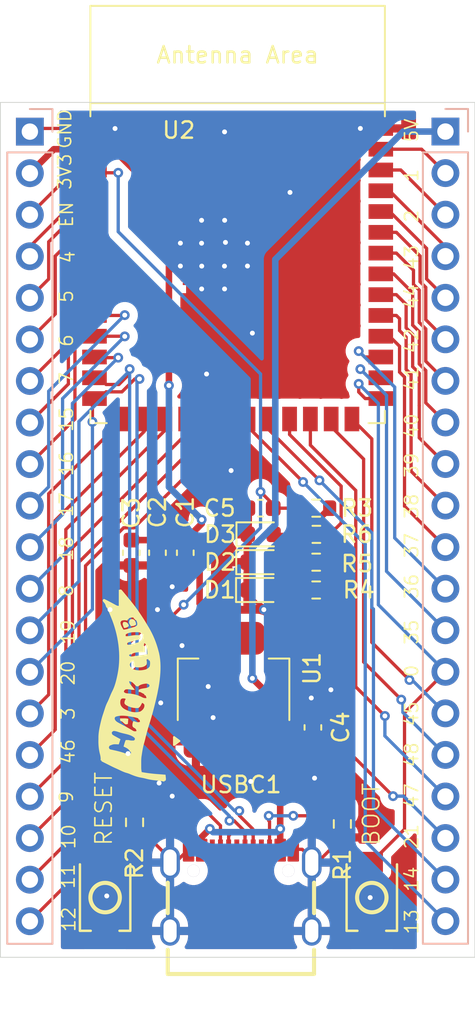
<source format=kicad_pcb>
(kicad_pcb (version 20241229) (generator "pcbnew") (generator_version "9.0")
  (layers (0 "F.Cu" signal) (2 "B.Cu" signal) (13 "F.Paste" user) (15 "B.Paste" user) (5 "F.SilkS" user "F.Silkscreen") (7 "B.SilkS" user "B.Silkscreen") (1 "F.Mask" user) (3 "B.Mask" user) (25 "Edge.Cuts" user))
  (net 0 "")
  (net 1 "GND")
  (net 2 "+3V3")
  (net 3 "+5V")
  (net 4 "EN")
  (net 5 "D-")
  (net 6 "D+")
  (net 7 "GPIO11")
  (net 8 "GPIO46")
  (net 9 "GPIO10")
  (net 10 "GPIO6")
  (net 11 "GPIO9")
  (net 12 "GPIO5")
  (net 13 "GPIO12")
  (net 14 "GPIO18")
  (net 15 "GPIO16")
  (net 16 "GPIO15")
  (net 17 "GPIO7")
  (net 18 "GPIO8")
  (net 19 "GPIO4")
  (net 20 "GPIO3")
  (net 21 "GPIO17")
  (net 22 "GPIO40")
  (net 23 "GPIO45")
  (net 24 "GPIO41")
  (net 25 "GPIO0")
  (net 26 "GPIO38")
  (net 27 "GPIO2")
  (net 28 "GPIO39")
  (net 29 "GPIO36")
  (net 30 "GPIO47")
  (net 31 "GPIO35")
  (net 32 "GPIO13")
  (net 33 "GPIO44")
  (net 34 "GPIO14")
  (net 35 "GPIO37")
  (net 36 "GPIO1")
  (net 37 "GPIO21")
  (net 38 "GPIO48")
  (net 39 "GPIO42")
  (net 40 "GPIO43")
  (net 41 "Net-(D1-A)")
  (net 42 "Net-(D2-A)")
  (net 43 "Net-(D3-A)")
  (net 44 "Net-(USBC1-CC2)")
  (net 45 "Net-(USBC1-CC1)")
  (footprint "Resistor_SMD:R_0603_1608Metric" (layer "F.Cu") (at 133.4 85.5 90)
    (property "Reference" "R1")
    (property "Value" "5.1K")
  )
  (footprint "easyeda2kicad:SW-SMD_L3.9-W3.0-P4.45" (layer "F.Cu") (at 135.2 90 90)
    (property "Reference" "SW2" (hide yes))
    (property "Value" "TS-1088-AR02016")
  )
  (footprint "LED_SMD:LED_0603_1608Metric" (layer "F.Cu") (at 128.4125 67.8)
    (property "Reference" "D3")
    (property "Value" "BLUE")
  )
  (footprint "Capacitor_SMD:C_0603_1608Metric" (layer "F.Cu") (at 120.5 68.925 -90)
    (property "Reference" "C3")
    (property "Value" "100n")
  )
  (footprint "LED_SMD:LED_0603_1608Metric" (layer "F.Cu") (at 128.4 69.5)
    (property "Reference" "D2")
    (property "Value" "GREEN")
  )
  (footprint "Capacitor_SMD:C_0603_1608Metric" (layer "F.Cu") (at 128.4 66.2 180)
    (property "Reference" "C5")
    (property "Value" "1u")
  )
  (footprint "Capacitor_SMD:C_0603_1608Metric" (layer "F.Cu") (at 122.1 68.925 -90)
    (property "Reference" "C2")
    (property "Value" "22u")
  )
  (footprint "Resistor_SMD:R_0603_1608Metric" (layer "F.Cu") (at 131.8 69.5 180)
    (property "Reference" "R5")
    (property "Value" "5.1K")
  )
  (footprint "Resistor_SMD:R_0603_1608Metric" (layer "F.Cu") (at 131.8125 67.8 180)
    (property "Reference" "R6")
    (property "Value" "5.1K")
  )
  (footprint "easyeda2kicad:SW-SMD_L3.9-W3.0-P4.45" (layer "F.Cu") (at 118.9 90 90)
    (property "Reference" "SW1" (hide yes))
    (property "Value" "TS-1088-AR02016")
  )
  (footprint "PCM_Espressif:ESP32-S3-WROOM-1" (layer "F.Cu") (at 127 51.25)
    (property "Reference" "U2")
    (property "Value" "ESP32-S3-WROOM-1")
  )
  (footprint "Package_TO_SOT_SMD:SOT-223-3_TabPin2" (layer "F.Cu") (at 126.75 77.3 90)
    (property "Reference" "U1")
    (property "Value" "TLV76133DCY")
  )
  (footprint "Resistor_SMD:R_0603_1608Metric" (layer "F.Cu") (at 131.8 71.2 180)
    (property "Reference" "R4")
    (property "Value" "5.1K")
  )
  (footprint "Capacitor_SMD:C_0603_1608Metric" (layer "F.Cu") (at 123.8 68.925 -90)
    (property "Reference" "C1")
    (property "Value" "10u")
  )
  (footprint "Resistor_SMD:R_0603_1608Metric" (layer "F.Cu") (at 131.8 66.2 180)
    (property "Reference" "R3")
    (property "Value" "5.1K")
  )
  (footprint "LED_SMD:LED_0603_1608Metric" (layer "F.Cu") (at 128.3875 71.2)
    (property "Reference" "D1")
    (property "Value" "RED")
  )
  (footprint "easyeda2kicad:USB-C_SMD-TYPE-C-31-M-12_1" (layer "F.Cu") (at 127.2 89.57)
    (property "Reference" "USBC1")
    (property "Value" "TYPE-C-31-M-12")
  )
  (footprint "Resistor_SMD:R_0603_1608Metric" (layer "F.Cu") (at 120.7 85.4 90)
    (property "Reference" "R2")
    (property "Value" "5.1K")
  )
  (footprint "Capacitor_SMD:C_0603_1608Metric" (layer "F.Cu") (at 131.6 79.6 90)
    (property "Reference" "C4")
    (property "Value" "100n")
  )
  (footprint "Connector_PinHeader_2.54mm:PinHeader_1x20_P2.54mm_Vertical" (layer "B.Cu") (at 139.7 43.18 180)
    (property "Reference" "J3" (hide yes))
    (property "Value" "Conn_01x20_Pin" (hide yes))
  )
  (footprint "Connector_PinHeader_2.54mm:PinHeader_1x20_P2.54mm_Vertical" (layer "B.Cu") (at 114.3 43.185 180)
    (property "Reference" "J2" (hide yes))
    (property "Value" "Conn_01x20_Pin" (hide yes))
  )
  (gr_line (start 133.1 85) (end 133.4 84.7) (stroke (width 0.2)) (layer "F.Cu") (net 44))
  (gr_line (start 126.95 86.9) (end 126.95 87.9) (stroke (width 0.2)) (layer "F.Cu") (net 6))
  (gr_line (start 127.2 88.1) (end 127.65 88.1) (stroke (width 0.2)) (layer "F.Cu") (net 6))
  (gr_line (start 127.65 88.1) (end 127.95 87.9) (stroke (width 0.2)) (layer "F.Cu") (net 6))
  (gr_line (start 126.95 87.9) (end 127.2 88.1) (stroke (width 0.2)) (layer "F.Cu") (net 6))
  (gr_poly (pts (xy 120.365357 73.160399) (xy 120.366178 73.151789) (xy 120.369126 73.133882) (xy 120.373719 73.114605) (xy 120.379841 73.093415) (xy 120.396208 73.043128) (xy 120.413846 73.025635) (xy 120.421319 73.018507) (xy 120.42817 73.012329) (xy 120.434604 73.007003) (xy 120.437729 73.004629) (xy 120.440827 73.002433) (xy 120.443924 73.000401) (xy 120.447046 72.998521) (xy 120.450217 72.996782) (xy 120.453465 72.995172) (xy 120.456815 72.993678) (xy 120.460292 72.992288) (xy 120.463922 72.99099) (xy 120.467731 72.989772) (xy 120.471745 72.988622) (xy 120.475989 72.987527) (xy 120.485272 72.985457) (xy 120.495785 72.983464) (xy 120.507735 72.981452) (xy 120.536767 72.976982) (xy 120.56912 72.981484) (xy 120.582502 72.983573) (xy 120.594361 72.985715) (xy 120.60495 72.988032) (xy 120.614524 72.990644) (xy 120.623338 72.993673) (xy 120.631645 72.997239) (xy 120.639701 73.001464) (xy 120.647759 73.00647) (xy 120.656073 73.012376) (xy 120.664899 73.019305) (xy 120.67449 73.027377) (xy 120.685101 73.036714) (xy 120.7104 73.059664) (xy 120.720418 73.075882) (xy 120.729627 73.09147) (xy 120.738062 73.106543) (xy 120.745759 73.121216) (xy 120.752751 73.135603) (xy 120.759073 73.149819) (xy 120.764761 73.163978) (xy 120.769848 73.178194) (xy 120.774369 73.192581) (xy 120.778359 73.207255) (xy 120.781852 73.222329) (xy 120.784884 73.237918) (xy 120.787488 73.254137) (xy 120.789699 73.271098) (xy 120.791553 73.288918) (xy 120.793083 73.307711) (xy 120.774846 73.324206) (xy 120.75672 73.33869) (xy 120.738635 73.35131) (xy 120.72052 73.362217) (xy 120.702307 73.371557) (xy 120.683926 73.379481) (xy 120.665307 73.386137) (xy 120.646382 73.391674) (xy 120.627079 73.39624) (xy 120.607331 73.399986) (xy 120.587068 73.403059) (xy 120.566219 73.405608) (xy 120.522488 73.40973) (xy 120.475583 73.413544) (xy 120.432862 73.340841) (xy 120.415771 73.310846) (xy 120.401372 73.284363) (xy 120.389548 73.260852) (xy 120.380184 73.239769) (xy 120.373162 73.220572) (xy 120.370493 73.211511) (xy 120.368367 73.202718) (xy 120.366768 73.194125) (xy 120.365682 73.185665) (xy 120.365094 73.177269) (xy 120.364991 73.168869)) (fill yes) (layer "F.SilkS"))
  (gr_poly (pts (xy 120.005947 79.047515) (xy 120.060621 79.046844) (xy 120.094409 79.047026) (xy 120.126868 79.047977) (xy 120.15841 79.049801) (xy 120.18945 79.052601) (xy 120.220399 79.05648) (xy 120.25167 79.061542) (xy 120.283677 79.06789) (xy 120.316833 79.075627) (xy 120.290374 79.393127) (xy 120.246573 79.401775) (xy 120.228586 79.405106) (xy 120.212816 79.407741) (xy 120.198967 79.409654) (xy 120.186745 79.410821) (xy 120.175855 79.411216) (xy 120.166002 79.410814) (xy 120.156892 79.409589) (xy 120.148229 79.407517) (xy 120.139719 79.404572) (xy 120.131067 79.400729) (xy 120.121979 79.395962) (xy 120.112159 79.390246) (xy 120.089146 79.375867) (xy 120.02083 79.315406) (xy 119.99446 79.288807) (xy 119.983403 79.277941) (xy 119.973412 79.268488) (xy 119.964223 79.26029) (xy 119.955572 79.25319) (xy 119.947196 79.24703) (xy 119.943028 79.244253) (xy 119.93883 79.241652) (xy 119.934568 79.239208) (xy 119.93021 79.2369) (xy 119.921072 79.232616) (xy 119.911152 79.228642) (xy 119.900186 79.224822) (xy 119.88791 79.220996) (xy 119.874061 79.217009) (xy 119.840583 79.207919) (xy 119.83185 79.190246) (xy 119.828316 79.182688) (xy 119.825287 79.175673) (xy 119.822722 79.168968) (xy 119.820584 79.16234) (xy 119.819663 79.158983) (xy 119.818834 79.155558) (xy 119.817432 79.148388) (xy 119.81634 79.140597) (xy 119.81552 79.131955) (xy 119.814932 79.122226) (xy 119.814538 79.111181) (xy 119.814299 79.098585) (xy 119.814176 79.084206) (xy 119.814125 79.049169)) (fill yes) (layer "F.SilkS"))
  (gr_poly (pts (xy 119.973054 73.269639) (xy 119.973703 73.261676) (xy 119.974851 73.253884) (xy 119.978624 73.238539) (xy 119.984336 73.22306) (xy 119.991947 73.206906) (xy 120.001419 73.189533) (xy 120.025791 73.148961) (xy 120.078529 73.151129) (xy 120.118997 73.153411) (xy 120.135464 73.154815) (xy 120.149865 73.156511) (xy 120.162534 73.158586) (xy 120.173804 73.161128) (xy 120.18401 73.164225) (xy 120.193485 73.167965) (xy 120.202563 73.172434) (xy 120.211578 73.177722) (xy 120.220864 73.183915) (xy 120.230755 73.191101) (xy 120.253684 73.208802) (xy 120.272216 73.229997) (xy 120.280895 73.240405) (xy 120.28916 73.250763) (xy 120.296995 73.261129) (xy 120.304382 73.27156) (xy 120.311304 73.282113) (xy 120.317745 73.292845) (xy 120.323687 73.303814) (xy 120.329114 73.315078) (xy 120.334009 73.326693) (xy 120.338355 73.338717) (xy 120.342134 73.351207) (xy 120.34533 73.36422) (xy 120.347926 73.377814) (xy 120.349906 73.392047) (xy 120.344731 73.399285) (xy 120.339436 73.406177) (xy 120.334023 73.412737) (xy 120.328492 73.418978) (xy 120.322845 73.424914) (xy 120.317084 73.430557) (xy 120.31121 73.435923) (xy 120.305224 73.441024) (xy 120.292922 73.450487) (xy 120.28019 73.459054) (xy 120.267038 73.466835) (xy 120.253478 73.473938) (xy 120.239521 73.480471) (xy 120.225178 73.486543) (xy 120.210459 73.492262) (xy 120.195376 73.497738) (xy 120.131624 73.519377) (xy 120.052249 73.519377) (xy 120.019093 73.436959) (xy 120.005964 73.403147) (xy 119.995085 73.373542) (xy 119.986414 73.347602) (xy 119.979915 73.324784) (xy 119.975547 73.304546) (xy 119.973273 73.286345) (xy 119.972909 73.277839)) (fill yes) (layer "F.SilkS"))
  (gr_poly (pts (xy 118.488971 80.413938) (xy 118.489926 80.353352) (xy 118.491208 80.29271) (xy 118.490691 80.195766) (xy 118.491854 80.14431) (xy 118.494104 80.093143) (xy 118.501631 79.991564) (xy 118.512803 79.890806) (xy 118.527154 79.790645) (xy 118.544213 79.690855) (xy 118.563514 79.591212) (xy 118.584586 79.491493) (xy 118.606963 79.391474) (xy 118.619218 79.337578) (xy 118.654311 79.190746) (xy 118.672947 79.117917) (xy 118.692484 79.045428) (xy 118.713052 78.973243) (xy 118.734782 78.901323) (xy 118.757804 78.82963) (xy 118.782249 78.758127) (xy 118.826795 78.620771) (xy 118.8732 78.478661) (xy 118.896196 78.406986) (xy 118.91207 78.359835) (xy 118.928537 78.313399) (xy 118.945718 78.267573) (xy 118.963728 78.222255) (xy 118.982686 78.177339) (xy 119.002709 78.132721) (xy 119.023917 78.088298) (xy 119.046426 78.043965) (xy 119.064762 78.006684) (xy 119.082341 77.969069) (xy 119.099291 77.931174) (xy 119.115742 77.893057) (xy 119.14766 77.816378) (xy 119.179124 77.739482) (xy 119.216596 77.648924) (xy 119.255036 77.559044) (xy 119.27493 77.514426) (xy 119.29544 77.470059) (xy 119.31669 77.425972) (xy 119.338805 77.382191) (xy 119.367617 77.323454) (xy 119.394815 77.263882) (xy 119.420481 77.203544) (xy 119.444697 77.142512) (xy 119.467545 77.080857) (xy 119.489108 77.018651) (xy 119.528703 76.892865) (xy 119.56414 76.765723) (xy 119.596076 76.637793) (xy 119.625166 76.509642) (xy 119.652067 76.381839) (xy 119.668339 76.303607) (xy 119.70484 76.088089) (xy 119.732022 75.870821) (xy 119.750108 75.652181) (xy 119.75932 75.432549) (xy 119.759879 75.212307) (xy 119.752008 74.991832) (xy 119.735929 74.771506) (xy 119.711864 74.551708) (xy 119.680035 74.332818) (xy 119.640665 74.115216) (xy 119.593974 73.899281) (xy 119.540186 73.685394) (xy 119.479522 73.473935) (xy 119.412205 73.265283) (xy 119.338457 73.059818) (xy 119.258499 72.85792) (xy 119.229277 72.787097) (xy 119.181242 72.671945) (xy 119.132822 72.556956) (xy 119.101623 72.48293) (xy 119.072051 72.414122) (xy 119.045722 72.352589) (xy 119.037588 72.334408) (xy 119.034089 72.326865) (xy 119.030817 72.320154) (xy 119.027656 72.314122) (xy 119.024492 72.308618) (xy 119.02121 72.303491) (xy 119.017696 72.298591) (xy 119.013835 72.293765) (xy 119.009512 72.288862) (xy 119.004613 72.283732) (xy 118.999022 72.278224) (xy 118.992626 72.272185) (xy 118.98531 72.265465) (xy 118.967458 72.249377) (xy 118.912784 72.093109) (xy 118.907911 72.082503) (xy 118.902946 72.072337) (xy 118.897875 72.062565) (xy 118.892682 72.053146) (xy 118.887353 72.044034) (xy 118.881871 72.035187) (xy 118.876222 72.026562) (xy 118.87039 72.018114) (xy 118.86436 72.009801) (xy 118.858116 72.001578) (xy 118.851645 71.993404) (xy 118.844929 71.985233) (xy 118.830705 71.968729) (xy 118.815322 71.951721) (xy 118.795676 71.927585) (xy 118.787733 71.917584) (xy 118.780932 71.9087) (xy 118.775186 71.900737) (xy 118.770412 71.893498) (xy 118.766525 71.886787) (xy 118.763439 71.880408) (xy 118.76217 71.877281) (xy 118.76107 71.874164) (xy 118.760129 71.871032) (xy 118.759334 71.86786) (xy 118.758145 71.861299) (xy 118.757419 71.854285) (xy 118.75707 71.846622) (xy 118.757015 71.838114) (xy 118.757445 71.817776) (xy 118.765735 71.802987) (xy 118.769293 71.796901) (xy 118.772612 71.79155) (xy 118.775804 71.786829) (xy 118.778984 71.782633) (xy 118.780605 71.780699) (xy 118.782266 71.778858) (xy 118.783981 71.777097) (xy 118.785763 71.775401) (xy 118.787628 71.773759) (xy 118.78959 71.772157) (xy 118.79386 71.769023) (xy 118.798688 71.765893) (xy 118.804186 71.762663) (xy 118.810469 71.759231) (xy 118.817651 71.75549) (xy 118.835166 71.74667) (xy 118.8595 71.757344) (xy 118.88357 71.768185) (xy 118.931124 71.790431) (xy 118.978241 71.813533) (xy 119.025336 71.83762) (xy 119.08194 71.866455) (xy 119.154806 71.904087) (xy 119.227414 71.94218) (xy 119.299796 71.980703) (xy 119.371981 72.019624) (xy 119.426222 72.048983) (xy 119.477551 72.077085) (xy 119.528735 72.105453) (xy 119.555473 72.119955) (xy 119.580248 72.132773) (xy 119.592162 72.138526) (xy 119.603901 72.143829) (xy 119.61557 72.148672) (xy 119.627273 72.153047) (xy 119.639115 72.156942) (xy 119.651203 72.16035) (xy 119.66364 72.163259) (xy 119.676532 72.165661) (xy 119.689984 72.167546) (xy 119.704101 72.168904) (xy 119.718988 72.169726) (xy 119.734749 72.170002) (xy 119.734749 71.191044) (xy 119.867041 71.164585) (xy 119.885845 71.179591) (xy 119.900657 71.19169) (xy 119.906977 71.197061) (xy 119.912794 71.2022) (xy 119.918272 71.20727) (xy 119.923575 71.212438) (xy 119.928869 71.217867) (xy 119.934317 71.223723) (xy 119.940086 71.23017) (xy 119.946339 71.237372) (xy 119.960957 71.254703) (xy 119.979489 71.277034) (xy 120.042327 71.351655) (xy 120.105166 71.42917) (xy 120.16139 71.496762) (xy 120.219309 71.567243) (xy 120.276835 71.638046) (xy 120.350901 71.729094) (xy 120.425457 71.81974) (xy 120.494575 71.904287) (xy 120.562808 71.98927) (xy 120.630124 72.074791) (xy 120.69649 72.160949) (xy 120.761877 72.247845) (xy 120.82625 72.335578) (xy 120.88958 72.424251) (xy 120.951833 72.513961) (xy 120.990177 72.569991) (xy 121.117688 72.759785) (xy 121.242189 72.95124) (xy 121.303177 73.047751) (xy 121.363253 73.144867) (xy 121.422364 73.242653) (xy 121.480457 73.341172) (xy 121.4998 73.373744) (xy 121.519373 73.406178) (xy 121.558927 73.470802) (xy 121.609698 73.557176) (xy 121.658801 73.644538) (xy 121.751986 73.822061) (xy 121.838453 74.003037) (xy 121.91817 74.187136) (xy 121.991106 74.374026) (xy 122.05723 74.563375) (xy 122.11651 74.754853) (xy 122.168916 74.948127) (xy 122.195994 75.048896) (xy 122.234631 75.244261) (xy 122.262109 75.444313) (xy 122.279194 75.648333) (xy 122.286652 75.855604) (xy 122.285251 76.065405) (xy 122.275757 76.27702) (xy 122.258936 76.489729) (xy 122.235555 76.702814) (xy 122.20638 76.915556) (xy 122.172179 77.127237) (xy 122.091761 77.54454) (xy 122.000435 77.948975) (xy 121.904333 78.334794) (xy 121.882939 78.418484) (xy 121.809957 78.692366) (xy 121.732757 78.964735) (xy 121.651841 79.236033) (xy 121.567712 79.506699) (xy 121.535387 79.612304) (xy 121.504396 79.718143) (xy 121.445859 79.930541) (xy 121.390985 80.143928) (xy 121.358355 80.277625) (xy 121.358355 77.809321) (xy 121.374545 77.809188) (xy 121.391476 77.808514) (xy 121.409279 77.80732) (xy 121.428083 77.805628) (xy 121.415725 77.758625) (xy 121.410878 77.741603) (xy 121.406093 77.726421) (xy 121.40075 77.711217) (xy 121.394227 77.694133) (xy 121.375166 77.646878) (xy 121.295791 77.620419) (xy 121.295791 77.567502) (xy 121.232193 77.5343) (xy 121.16846 77.501357) (xy 121.096837 77.46415) (xy 121.07497 77.452846) (xy 121.065818 77.448294) (xy 121.05757 77.444417) (xy 121.050015 77.441174) (xy 121.042939 77.438523) (xy 121.036131 77.436421) (xy 121.029377 77.434825) (xy 121.022466 77.433694) (xy 121.015184 77.432984) (xy 121.007321 77.432654) (xy 120.998662 77.432661) (xy 120.988997 77.432962) (xy 120.978112 77.433516) (xy 120.951833 77.435211) (xy 120.951833 77.302919) (xy 120.973511 77.290591) (xy 120.995527 77.279522) (xy 121.017858 77.269611) (xy 121.040481 77.26076) (xy 121.063373 77.252869) (xy 121.086511 77.245838) (xy 121.109872 77.239568) (xy 121.133433 77.233958) (xy 121.181064 77.224322) (xy 121.229222 77.216134) (xy 121.326383 77.20091) (xy 121.37189 77.193254) (xy 121.407593 77.186765) (xy 121.422721 77.183652) (xy 121.436543 77.180466) (xy 121.44944 77.177084) (xy 121.461793 77.173383) (xy 121.473984 77.169243) (xy 121.486395 77.164541) (xy 121.499406 77.159156) (xy 121.5134 77.152965) (xy 121.545862 77.13768) (xy 121.586833 77.11771) (xy 121.593876 77.099707) (xy 121.599231 77.085547) (xy 121.601373 77.079522) (xy 121.603209 77.073993) (xy 121.604779 77.068804) (xy 121.60612 77.063802) (xy 121.607272 77.058831) (xy 121.608274 77.053736) (xy 121.609163 77.048361) (xy 121.60998 77.042553) (xy 121.611549 77.029014) (xy 121.613291 77.011878) (xy 121.602137 77.001379) (xy 121.5914 76.991731) (xy 121.580982 76.98289) (xy 121.570784 76.974811) (xy 121.560708 76.967449) (xy 121.550655 76.960759) (xy 121.540527 76.954696) (xy 121.530225 76.949214) (xy 121.519651 76.94427) (xy 121.508707 76.939819) (xy 121.497293 76.935814) (xy 121.485311 76.932212) (xy 121.472663 76.928967) (xy 121.45925 76.926034) (xy 121.444974 76.923369) (xy 121.429736 76.920927) (xy 121.398681 76.922677) (xy 121.366354 76.925435) (xy 121.333014 76.92924) (xy 121.298922 76.934129) (xy 121.264335 76.940141) (xy 121.229514 76.947314) (xy 121.194716 76.955685) (xy 121.160202 76.965293) (xy 121.12623 76.976176) (xy 121.093059 76.988372) (xy 121.060949 77.001919) (xy 121.030159 77.016855) (xy 121.010857 77.027667) (xy 121.010857 76.112154) (xy 121.063838 76.110204) (xy 121.11675 76.106118) (xy 121.169447 76.100058) (xy 121.221783 76.092191) (xy 121.273612 76.082679) (xy 121.324788 76.071686) (xy 121.375166 76.059378) (xy 121.39493 76.050813) (xy 121.41406 76.042099) (xy 121.432577 76.033169) (xy 121.4505 76.023958) (xy 121.46785 76.0144) (xy 121.484645 76.00443) (xy 121.500907 75.99398) (xy 121.516655 75.982987) (xy 121.531908 75.971383) (xy 121.546688 75.959104) (xy 121.561013 75.946083) (xy 121.574903 75.932255) (xy 121.58838 75.917554) (xy 121.601461 75.901914) (xy 121.614168 75.88527) (xy 121.62652 75.867555) (xy 121.634281 75.822844) (xy 121.641064 75.776726) (xy 121.643821 75.753326) (xy 121.646013 75.729796) (xy 121.647532 75.706211) (xy 121.648272 75.682647) (xy 121.648125 75.659176) (xy 121.646985 75.635873) (xy 121.644744 75.612813) (xy 121.641296 75.59007) (xy 121.636534 75.567718) (xy 121.63035 75.545832) (xy 121.622638 75.524485) (xy 121.613291 75.503752) (xy 121.560374 75.503752) (xy 121.533916 75.424378) (xy 121.428083 75.450836) (xy 121.436661 75.498275) (xy 121.442047 75.534556) (xy 121.446485 75.56868) (xy 121.448199 75.585138) (xy 121.449497 75.601304) (xy 121.450318 75.617261) (xy 121.450604 75.63309) (xy 121.450293 75.648874) (xy 121.449328 75.664696) (xy 121.447648 75.680637) (xy 121.445192 75.696781) (xy 121.441903 75.71321) (xy 121.437719 75.730005) (xy 121.432581 75.747251) (xy 121.426429 75.765029) (xy 121.405522 75.786641) (xy 121.383985 75.80637) (xy 121.361828 75.824295) (xy 121.339061 75.8405) (xy 121.315693 75.855065) (xy 121.291733 75.868072) (xy 121.267192 75.879603) (xy 121.242078 75.889738) (xy 121.216401 75.898561) (xy 121.19017 75.906151) (xy 121.163396 75.912591) (xy 121.136087 75.917963) (xy 121.108254 75.922347) (xy 121.079905 75.925826) (xy 121.05105 75.928481) (xy 121.021699 75.930393) (xy 120.976772 75.931327) (xy 120.933321 75.931468) (xy 120.912058 75.93101) (xy 120.891055 75.930076) (xy 120.870274 75.928573) (xy 120.849679 75.926408) (xy 120.829235 75.92349) (xy 120.808904 75.919725) (xy 120.788649 75.915021) (xy 120.768435 75.909285) (xy 120.748224 75.902425) (xy 120.727981 75.894347) (xy 120.707668 75.884959) (xy 120.687249 75.874169) (xy 120.669773 75.856551) (xy 120.662683 75.849124) (xy 120.656579 75.842363) (xy 120.651377 75.836076) (xy 120.649087 75.833051) (xy 120.64699 75.830073) (xy 120.645076 75.827118) (xy 120.643335 75.824162) (xy 120.641756 75.821182) (xy 120.640327 75.818152) (xy 120.639039 75.81505) (xy 120.637881 75.811851) (xy 120.636842 75.808532) (xy 120.635912 75.805068) (xy 120.63508 75.801436) (xy 120.634335 75.797612) (xy 120.633067 75.789291) (xy 120.632021 75.779914) (xy 120.631113 75.769289) (xy 120.629372 75.743531) (xy 120.631061 75.716631) (xy 120.632653 75.695446) (xy 120.633528 75.686411) (xy 120.634517 75.678099) (xy 120.635665 75.670277) (xy 120.63702 75.662709) (xy 120.638626 75.655161) (xy 120.640531 75.647397) (xy 120.642779 75.639182) (xy 120.645417 75.630282) (xy 120.652048 75.609486) (xy 120.660791 75.583127) (xy 120.645611 75.574784) (xy 120.639237 75.571405) (xy 120.633468 75.568501) (xy 120.628149 75.566034) (xy 120.623123 75.563965) (xy 120.618238 75.562257) (xy 120.613336 75.560869) (xy 120.608264 75.559763) (xy 120.602866 75.558901) (xy 120.596988 75.558244) (xy 120.590473 75.557752) (xy 120.583168 75.557388) (xy 120.574917 75.557111) (xy 120.554958 75.556669) (xy 120.539502 75.568395) (xy 120.525037 75.579712) (xy 120.511527 75.590748) (xy 120.498934 75.601631) (xy 120.491684 75.608352) (xy 120.491684 75.265442) (xy 120.502978 75.26519) (xy 120.515352 75.264368) (xy 120.529047 75.26304) (xy 120.561366 75.259116) (xy 120.632447 75.250344) (xy 120.713708 75.239169) (xy 120.807165 75.226857) (xy 120.960561 75.205971) (xy 121.11389 75.184599) (xy 121.22117 75.169664) (xy 121.480999 75.133336) (xy 121.482368 75.074746) (xy 121.481892 75.017864) (xy 121.479442 74.962204) (xy 121.474888 74.907279) (xy 121.468101 74.852603) (xy 121.458951 74.797689) (xy 121.447308 74.742049) (xy 121.433044 74.685198) (xy 121.419763 74.632436) (xy 121.410376 74.598565) (xy 121.405935 74.583672) (xy 121.401476 74.569952) (xy 121.396861 74.557265) (xy 121.391948 74.545469) (xy 121.386599 74.534422) (xy 121.380674 74.523983) (xy 121.374033 74.514012) (xy 121.366538 74.504366) (xy 121.358047 74.494904) (xy 121.348423 74.485486) (xy 121.337524 74.47597) (xy 121.325213 74.466214) (xy 121.311348 74.456077) (xy 121.295791 74.445419) (xy 121.289793 74.470539) (xy 121.285184 74.490431) (xy 121.281653 74.506956) (xy 121.278892 74.521972) (xy 121.276589 74.537341) (xy 121.274435 74.554924) (xy 121.269333 74.604169) (xy 121.322249 74.683544) (xy 121.325208 74.72953) (xy 121.326057 74.746462) (xy 121.326538 74.761911) (xy 121.32669 74.777797) (xy 121.326551 74.796037) (xy 121.325557 74.847255) (xy 121.32411 74.934381) (xy 121.322249 75.001044) (xy 121.223444 75.004972) (xy 121.074642 75.005019) (xy 120.957875 75.006953) (xy 120.908377 75.009195) (xy 120.863137 75.012589) (xy 120.820903 75.017362) (xy 120.780425 75.023741) (xy 120.740452 75.031952) (xy 120.699735 75.042223) (xy 120.657021 75.05478) (xy 120.611061 75.06985) (xy 120.504401 75.108435) (xy 120.369749 75.159794) (xy 120.369749 75.212711) (xy 120.385082 75.22286) (xy 120.398842 75.23175) (xy 120.41127 75.239444) (xy 120.422607 75.246003) (xy 120.433094 75.251492) (xy 120.442973 75.255972) (xy 120.44776 75.257853) (xy 120.452485 75.259506) (xy 120.457179 75.260938) (xy 120.461871 75.262158) (xy 120.466592 75.263172) (xy 120.471372 75.263989) (xy 120.476241 75.264617) (xy 120.481229 75.265063) (xy 120.491684 75.265442) (xy 120.491684 75.608352) (xy 120.487222 75.612488) (xy 120.476355 75.623447) (xy 120.466296 75.634635) (xy 120.457009 75.646179) (xy 120.448458 75.658208) (xy 120.440606 75.670849) (xy 120.433416 75.684229) (xy 120.426852 75.698476) (xy 120.420878 75.713717) (xy 120.415458 75.73008) (xy 120.410554 75.747693) (xy 120.40613 75.766682) (xy 120.410474 75.786168) (xy 120.415378 75.804759) (xy 120.420863 75.822518) (xy 120.42695 75.839508) (xy 120.433662 75.855793) (xy 120.44102 75.871436) (xy 120.449046 75.8865) (xy 120.457763 75.901048) (xy 120.467191 75.915144) (xy 120.477353 75.928851) (xy 120.488271 75.942231) (xy 120.499966 75.95535) (xy 120.512461 75.968268) (xy 120.525776 75.981051) (xy 120.539935 75.993761) (xy 120.554958 76.006461) (xy 120.602003 76.031129) (xy 120.650291 76.052183) (xy 120.699676 76.069786) (xy 120.750012 76.084105) (xy 120.801154 76.095301) (xy 120.852955 76.10354) (xy 120.905269 76.108986) (xy 120.957952 76.111802) (xy 121.010857 76.112154) (xy 121.010857 77.027667) (xy 121.000947 77.033218) (xy 120.973573 77.051047) (xy 120.948296 77.070379) (xy 120.925374 77.091252) (xy 120.890322 77.091143) (xy 120.875904 77.090882) (xy 120.863234 77.090374) (xy 120.852065 77.089537) (xy 120.842153 77.088288) (xy 120.833253 77.086544) (xy 120.825122 77.084224) (xy 120.817514 77.081246) (xy 120.810184 77.077526) (xy 120.802889 77.072982) (xy 120.795382 77.067533) (xy 120.78742 77.061095) (xy 120.778759 77.053587) (xy 120.758356 77.035028) (xy 120.687249 76.958961) (xy 120.641784 76.914216) (xy 120.622694 76.89592) (xy 120.605411 76.879981) (xy 120.589472 76.866127) (xy 120.57441 76.854087) (xy 120.559761 76.843589) (xy 120.552445 76.838834) (xy 120.545059 76.834362) (xy 120.537543 76.830141) (xy 120.52984 76.826135) (xy 120.513638 76.818637) (xy 120.495989 76.811595) (xy 120.476427 76.80474) (xy 120.454487 76.797799) (xy 120.429704 76.790502) (xy 120.369749 76.773752) (xy 120.37264 76.794797) (xy 120.376139 76.814676) (xy 120.380259 76.833511) (xy 120.385016 76.851423) (xy 120.390424 76.868532) (xy 120.396498 76.88496) (xy 120.403253 76.900827) (xy 120.410702 76.916254) (xy 120.418861 76.931361) (xy 120.427745 76.946271) (xy 120.437368 76.961104) (xy 120.447744 76.975979) (xy 120.458889 76.99102) (xy 120.470817 77.006345) (xy 120.49708 77.038336) (xy 120.552167 77.104482) (xy 120.607875 77.170627) (xy 120.660887 77.236697) (xy 120.713708 77.302919) (xy 120.613225 77.30458) (xy 120.580267 77.30457) (xy 120.555142 77.303799) (xy 120.535084 77.302117) (xy 120.517327 77.299374) (xy 120.499104 77.295419) (xy 120.47765 77.290103) (xy 120.457902 77.285502) (xy 120.438113 77.281474) (xy 120.418284 77.278006) (xy 120.398419 77.27508) (xy 120.37852 77.27268) (xy 120.35859 77.270791) (xy 120.33863 77.269397) (xy 120.318643 77.268481) (xy 120.298632 77.268028) (xy 120.290374 77.268025) (xy 120.290374 74.551252) (xy 120.322774 74.549576) (xy 120.355205 74.54672) (xy 120.387652 74.542781) (xy 120.420096 74.537857) (xy 120.45252 74.532043) (xy 120.484908 74.525438) (xy 120.549506 74.51024) (xy 120.613751 74.493036) (xy 120.677508 74.474604) (xy 120.803005 74.437151) (xy 120.857329 74.422055) (xy 120.883627 74.413439) (xy 120.908594 74.404151) (xy 120.932326 74.394162) (xy 120.954919 74.383437) (xy 120.976467 74.371946) (xy 120.997066 74.359656) (xy 121.016811 74.346536) (xy 121.035796 74.332553) (xy 121.054118 74.317676) (xy 121.071871 74.301872) (xy 121.08915 74.285109) (xy 121.10605 74.267356) (xy 121.122667 74.24858) (xy 121.139095 74.22875) (xy 121.155431 74.207832) (xy 121.171768 74.185797) (xy 121.176873 74.168879) (xy 121.181512 74.15206) (xy 121.185672 74.135319) (xy 121.189338 74.118637) (xy 121.192497 74.101997) (xy 121.195136 74.085378) (xy 121.197242 74.068763) (xy 121.1988 74.052132) (xy 121.199798 74.035466) (xy 121.200222 74.018747) (xy 121.200059 74.001956) (xy 121.199294 73.985073) (xy 121.197915 73.96808) (xy 121.195909 73.950959) (xy 121.193261 73.933689) (xy 121.189958 73.916252) (xy 121.169703 73.896161) (xy 121.149992 73.87806) (xy 121.130673 73.861849) (xy 121.111592 73.847428) (xy 121.092596 73.834697) (xy 121.073533 73.823556) (xy 121.054248 73.813904) (xy 121.03459 73.805643) (xy 121.014404 73.798672) (xy 120.993538 73.792891) (xy 120.971839 73.788199) (xy 120.949154 73.784498) (xy 120.925329 73.781687) (xy 120.900212 73.779665) (xy 120.87365 73.778334) (xy 120.845489 73.777592) (xy 120.754793 73.777564) (xy 120.665019 73.77926) (xy 120.620547 73.781259) (xy 120.576388 73.784296) (xy 120.53257 73.788574) (xy 120.489121 73.794293) (xy 120.446067 73.801657) (xy 120.403436 73.810869) (xy 120.361256 73.822129) (xy 120.319555 73.835641) (xy 120.278359 73.851607) (xy 120.237697 73.87023) (xy 120.197596 73.891711) (xy 120.158083 73.916252) (xy 120.158083 74.022086) (xy 120.197958 74.023315) (xy 120.236682 74.023418) (xy 120.274597 74.02231) (xy 120.312045 74.019906) (xy 120.349369 74.016121) (xy 120.386909 74.01087) (xy 120.425008 74.004067) (xy 120.464007 73.995628) (xy 120.527402 73.983312) (xy 120.591301 73.973405) (xy 120.655581 73.96599) (xy 120.720115 73.961149) (xy 120.784779 73.958964) (xy 120.81712 73.958893) (xy 120.849446 73.959517) (xy 120.881742 73.960847) (xy 120.913992 73.962892) (xy 120.94618 73.965662) (xy 120.978291 73.969169) (xy 120.995097 73.981126) (xy 121.008076 73.990641) (xy 121.013421 73.994774) (xy 121.018158 73.998644) (xy 121.022403 74.00237) (xy 121.026273 74.006067) (xy 121.029883 74.00985) (xy 121.033351 74.013837) (xy 121.036792 74.018144) (xy 121.040322 74.022887) (xy 121.044059 74.028182) (xy 121.048117 74.034146) (xy 121.057666 74.048545) (xy 121.056529 74.07105) (xy 121.055392 74.088749) (xy 121.054727 74.096281) (xy 121.053945 74.103192) (xy 121.053009 74.109678) (xy 121.051878 74.115931) (xy 121.050515 74.122145) (xy 121.048881 74.128514) (xy 121.046937 74.135232) (xy 121.044644 74.142492) (xy 121.038856 74.159416) (xy 121.031208 74.180836) (xy 121.016604 74.190359) (xy 121.00259 74.199058) (xy 120.989061 74.206999) (xy 120.975913 74.214243) (xy 120.963039 74.220855) (xy 120.950337 74.2269) (xy 120.9377 74.23244) (xy 120.925024 74.237539) (xy 120.912203 74.242262) (xy 120.899134 74.246672) (xy 120.885711 74.250832) (xy 120.871829 74.254808) (xy 120.842271 74.262458) (xy 120.809619 74.270133) (xy 120.71823 74.292618) (xy 120.627161 74.315978) (xy 120.536371 74.340392) (xy 120.445817 74.366044) (xy 120.359621 74.390849) (xy 120.334094 74.398845) (xy 120.323593 74.402402) (xy 120.314361 74.405876) (xy 120.306219 74.409423) (xy 120.302502 74.411274) (xy 120.29899 74.413202) (xy 120.295661 74.415227) (xy 120.292492 74.417368) (xy 120.289463 74.419647) (xy 120.286549 74.422081) (xy 120.283729 74.424692) (xy 120.28098 74.427498) (xy 120.27828 74.430519) (xy 120.275607 74.433775) (xy 120.27025 74.441071) (xy 120.264732 74.449542) (xy 120.258873 74.459347) (xy 120.252493 74.470643) (xy 120.237458 74.498336) (xy 120.290374 74.551252) (xy 120.290374 77.268025) (xy 120.2786 77.268021) (xy 120.238479 77.269283) (xy 120.1983 77.272139) (xy 120.158083 77.276461) (xy 120.134642 77.291155) (xy 120.125024 77.297338) (xy 120.1166 77.302951) (xy 120.109215 77.308149) (xy 120.102715 77.313087) (xy 120.096944 77.317921) (xy 120.091748 77.322805) (xy 120.086971 77.327894) (xy 120.082458 77.333344) (xy 120.078054 77.33931) (xy 120.073605 77.345945) (xy 120.068955 77.353407) (xy 120.063949 77.361849) (xy 120.052249 77.382294) (xy 120.052249 77.435211) (xy 120.059639 77.442375) (xy 120.067043 77.44911) (xy 120.074466 77.455429) (xy 120.081912 77.461347) (xy 120.089386 77.466879) (xy 120.096894 77.47204) (xy 120.112026 77.481306) (xy 120.127347 77.489263) (xy 120.142895 77.49603) (xy 120.158707 77.501723) (xy 120.174823 77.506461) (xy 120.191279 77.510361) (xy 120.208114 77.513541) (xy 120.225366 77.516119) (xy 120.243073 77.518212) (xy 120.280004 77.521415) (xy 120.31921 77.524094) (xy 120.435927 77.535276) (xy 120.492262 77.542327) (xy 120.547448 77.550457) (xy 120.601637 77.559744) (xy 120.654979 77.570268) (xy 120.707626 77.582109) (xy 120.759729 77.595345) (xy 120.811439 77.610056) (xy 120.862906 77.62632) (xy 120.914282 77.644218) (xy 120.965717 77.663829) (xy 121.017363 77.685231) (xy 121.069371 77.708504) (xy 121.121891 77.733727) (xy 121.175075 77.760979) (xy 121.192409 77.768996) (xy 121.208939 77.776217) (xy 121.224794 77.782663) (xy 121.240101 77.788356) (xy 121.254992 77.793316) (xy 121.269593 77.797565) (xy 121.284034 77.801125) (xy 121.298445 77.804016) (xy 121.312953 77.80626) (xy 121.327689 77.807878) (xy 121.34278 77.808891) (xy 121.358355 77.809321) (xy 121.358355 80.277625) (xy 121.338657 80.35834) (xy 121.321091 80.427384) (xy 121.302663 80.496154) (xy 121.264372 80.633362) (xy 121.243246 80.715527) (xy 121.224089 80.797996) (xy 121.20666 80.880749) (xy 121.19072 80.963768) (xy 121.176028 81.047034) (xy 121.162344 81.130529) (xy 121.137041 81.298127) (xy 121.121848 81.397243) (xy 121.116037 81.452903) (xy 121.111911 81.508623) (xy 121.109196 81.564396) (xy 121.107621 81.620216) (xy 121.106914 81.676076) (xy 121.106802 81.731969) (xy 121.107275 81.84383) (xy 121.106966 81.932507) (xy 121.107069 82.018497) (xy 121.107159 82.095869) (xy 121.108884 82.12562) (xy 121.111301 82.155081) (xy 121.114352 82.184327) (xy 121.117977 82.213434) (xy 121.122118 82.24248) (xy 121.126715 82.271539) (xy 121.137041 82.330002) (xy 121.261148 82.351807) (xy 121.385113 82.371621) (xy 121.509053 82.389539) (xy 121.633088 82.405657) (xy 121.757336 82.420069) (xy 121.881914 82.432872) (xy 122.006941 82.444159) (xy 122.132536 82.454026) (xy 122.267514 82.464413) (xy 122.59225 82.488752) (xy 122.599828 82.559018) (xy 122.607132 82.629312) (xy 122.615504 82.708377) (xy 122.61651 82.732105) (xy 122.616815 82.742011) (xy 122.616943 82.750905) (xy 122.616859 82.759009) (xy 122.61653 82.766544) (xy 122.615922 82.77373) (xy 122.615 82.780789) (xy 122.61373 82.78794) (xy 122.612079 82.795406) (xy 122.610012 82.803407) (xy 122.607496 82.812164) (xy 122.600977 82.832829) (xy 122.59225 82.859169) (xy 122.539333 82.859169) (xy 122.512874 82.912085) (xy 122.467813 82.90237) (xy 122.413683 82.892019) (xy 122.359623 82.882547) (xy 122.305575 82.873912) (xy 122.251484 82.866075) (xy 122.197292 82.858995) (xy 122.142942 82.852632) (xy 122.088378 82.846946) (xy 122.033543 82.841896) (xy 121.947624 82.833666) (xy 121.862834 82.823859) (xy 121.778915 82.812359) (xy 121.695606 82.799046) (xy 121.612648 82.783804) (xy 121.529781 82.766515) (xy 121.446745 82.747062) (xy 121.36328 82.725327) (xy 121.332179 82.717301) (xy 121.301169 82.70973) (xy 121.270193 82.702587) (xy 121.239197 82.695843) (xy 121.208124 82.689471) (xy 121.176919 82.683443) (xy 121.11389 82.672307) (xy 121.023142 82.654879) (xy 120.933352 82.633953) (xy 120.844484 82.60978) (xy 120.756503 82.582614) (xy 120.733398 82.574683) (xy 120.733398 79.837408) (xy 120.748553 79.83689) (xy 120.764661 79.835684) (xy 120.819541 79.816461) (xy 120.812632 79.790622) (xy 120.809076 79.778462) (xy 120.805357 79.766773) (xy 120.801402 79.755533) (xy 120.797141 79.744715) (xy 120.792501 79.734294) (xy 120.787411 79.724247) (xy 120.781799 79.714547) (xy 120.775593 79.705171) (xy 120.768722 79.696092) (xy 120.761114 79.687287) (xy 120.752696 79.67873) (xy 120.743398 79.670396) (xy 120.733147 79.662261) (xy 120.721873 79.6543) (xy 120.670713 79.624638) (xy 120.649196 79.610371) (xy 120.639671 79.603784) (xy 120.630904 79.597404) (xy 120.622848 79.591116) (xy 120.615455 79.5848) (xy 120.608677 79.578339) (xy 120.602466 79.571616) (xy 120.596774 79.564514) (xy 120.591554 79.556916) (xy 120.589107 79.552893) (xy 120.586759 79.548702) (xy 120.582339 79.539757) (xy 120.578247 79.529963) (xy 120.574436 79.519202) (xy 120.570857 79.507357) (xy 120.567464 79.49431) (xy 120.567344 79.473858) (xy 120.567624 79.454111) (xy 120.568341 79.434991) (xy 120.569531 79.416421) (xy 120.571233 79.398322) (xy 120.573483 79.380615) (xy 120.576319 79.363222) (xy 120.579777 79.346066) (xy 120.583896 79.329067) (xy 120.588711 79.312148) (xy 120.594262 79.29523) (xy 120.600584 79.278235) (xy 120.607714 79.261084) (xy 120.615691 79.2437) (xy 120.624552 79.226005) (xy 120.634333 79.207919) (xy 120.687559 79.226213) (xy 120.758356 79.24926) (xy 120.828119 79.272515) (xy 120.842311 79.275269) (xy 120.855944 79.27749) (xy 120.869095 79.279192) (xy 120.881842 79.28039) (xy 120.894261 79.281099) (xy 120.906429 79.281333) (xy 120.918423 79.281108) (xy 120.930319 79.280437) (xy 120.942195 79.279337) (xy 120.954127 79.277821) (xy 120.966193 79.275905) (xy 120.978468 79.273604) (xy 120.991031 79.270931) (xy 121.003957 79.267902) (xy 121.031208 79.260836) (xy 121.00475 79.128544) (xy 120.951833 79.128544) (xy 120.925374 79.049169) (xy 120.903328 79.040181) (xy 120.881141 79.031796) (xy 120.85882 79.023974) (xy 120.836374 79.016673) (xy 120.791134 79.003473) (xy 120.751806 78.993477) (xy 120.751806 78.6706) (xy 120.797919 78.67014) (xy 120.843693 78.667683) (xy 120.888942 78.663145) (xy 120.933481 78.656443) (xy 120.977122 78.647495) (xy 121.019682 78.636218) (xy 121.060973 78.622528) (xy 121.080641 78.609469) (xy 121.099615 78.59634) (xy 121.117888 78.583061) (xy 121.135452 78.569552) (xy 121.152299 78.555735) (xy 121.16842 78.541528) (xy 121.183808 78.526852) (xy 121.198454 78.511628) (xy 121.212349 78.495776) (xy 121.225487 78.479216) (xy 121.237858 78.461869) (xy 121.249455 78.443654) (xy 121.26027 78.424493) (xy 121.270294 78.404304) (xy 121.279518 78.38301) (xy 121.287936 78.360529) (xy 121.29282 78.339604) (xy 121.294769 78.330771) (xy 121.296405 78.322717) (xy 121.297739 78.31521) (xy 121.298783 78.308017) (xy 121.299548 78.300909) (xy 121.300046 78.293652) (xy 121.300288 78.286016) (xy 121.300286 78.27777) (xy 121.300052 78.268681) (xy 121.299596 78.258519) (xy 121.298067 78.234047) (xy 121.295791 78.202502) (xy 121.275732 78.180067) (xy 121.267339 78.170844) (xy 121.25978 78.162743) (xy 121.25286 78.15561) (xy 121.246385 78.149289) (xy 121.240161 78.143626) (xy 121.233996 78.138466) (xy 121.227694 78.133653) (xy 121.221063 78.129032) (xy 121.213908 78.124449) (xy 121.206036 78.119748) (xy 121.197253 78.114775) (xy 121.187365 78.109374) (xy 121.163499 78.096669) (xy 121.138281 78.145968) (xy 121.103968 78.210771) (xy 121.070482 78.274953) (xy 121.062405 78.287099) (xy 121.054552 78.29854) (xy 121.046847 78.309328) (xy 121.039214 78.319516) (xy 121.031575 78.329157) (xy 121.023856 78.338304) (xy 121.015978 78.347009) (xy 121.007866 78.355324) (xy 120.999444 78.363304) (xy 120.990635 78.371) (xy 120.981362 78.378465) (xy 120.97155 78.385751) (xy 120.961121 78.392912) (xy 120.95 78.4) (xy 120.93811 78.407068) (xy 120.925374 78.414169) (xy 120.875333 78.417246) (xy 120.825205 78.418162) (xy 120.77507 78.416949) (xy 120.725008 78.413642) (xy 120.675101 78.408273) (xy 120.625428 78.400878) (xy 120.576069 78.39149) (xy 120.527105 78.380142) (xy 120.478615 78.366868) (xy 120.43068 78.351702) (xy 120.383381 78.334677) (xy 120.336797 78.315829) (xy 120.291009 78.295189) (xy 120.246096 78.272792) (xy 120.20214 78.248672) (xy 120.15922 78.222863) (xy 120.146752 78.212189) (xy 120.141542 78.207609) (xy 120.136858 78.20334) (xy 120.132582 78.199235) (xy 120.128595 78.195148) (xy 120.124779 78.190933) (xy 120.121018 78.186444) (xy 120.117192 78.181534) (xy 120.113184 78.176058) (xy 120.108876 78.16987) (xy 120.10415 78.162823) (xy 120.098888 78.154771) (xy 120.092973 78.145569) (xy 120.078708 78.123127) (xy 120.079387 78.104436) (xy 120.080648 78.086279) (xy 120.08249 78.068602) (xy 120.084909 78.051352) (xy 120.087902 78.034478) (xy 120.091469 78.017926) (xy 120.095605 78.001643) (xy 120.100309 77.985578) (xy 120.105578 77.969677) (xy 120.11141 77.953888) (xy 120.117802 77.938157) (xy 120.124752 77.922433) (xy 120.132258 77.906662) (xy 120.140317 77.890792) (xy 120.148926 77.87477) (xy 120.158083 77.858544) (xy 120.144233 77.851962) (xy 120.130821 77.846276) (xy 120.117769 77.841433) (xy 120.105003 77.837385) (xy 120.092445 77.834078) (xy 120.080021 77.831463) (xy 120.067655 77.829487) (xy 120.05527 77.828101) (xy 120.04279 77.827253) (xy 120.03014 77.826891) (xy 120.025791 77.826916) (xy 120.025791 73.625211) (xy 120.054641 73.622183) (xy 120.083205 73.618519) (xy 120.111512 73.614254) (xy 120.139592 73.609424) (xy 120.195186 73.59821) (xy 120.250218 73.585162) (xy 120.304921 73.570563) (xy 120.359528 73.554699) (xy 120.469382 73.520307) (xy 120.508688 73.507899) (xy 120.548104 73.495836) (xy 120.587639 73.484175) (xy 120.627305 73.472972) (xy 120.661072 73.463059) (xy 120.692117 73.4531) (xy 120.706794 73.447907) (xy 120.721001 73.442468) (xy 120.734808 73.436704) (xy 120.748285 73.430538) (xy 120.761501 73.423891) (xy 120.774527 73.416684) (xy 120.787433 73.40884) (xy 120.80029 73.40028) (xy 120.813166 73.390926) (xy 120.826132 73.380701) (xy 120.839258 73.369525) (xy 120.852614 73.35732) (xy 120.857468 73.336139) (xy 120.860921 73.315295) (xy 120.863029 73.29476) (xy 120.863847 73.274506) (xy 120.86343 73.254505) (xy 120.861833 73.234728) (xy 120.859111 73.215148) (xy 120.855319 73.195736) (xy 120.850513 73.176465) (xy 120.844747 73.157305) (xy 120.838076 73.13823) (xy 120.830556 73.11921) (xy 120.822242 73.100218) (xy 120.813188 73.081226) (xy 120.80345 73.062205) (xy 120.793083 73.043128) (xy 120.713708 73.016669) (xy 120.713708 72.963752) (xy 120.660791 72.963752) (xy 120.634333 72.884378) (xy 120.583433 72.88236) (xy 120.56231 72.881772) (xy 120.543503 72.881569) (xy 120.526586 72.881826) (xy 120.511132 72.882623) (xy 120.496715 72.884037) (xy 120.482909 72.886144) (xy 120.469288 72.889024) (xy 120.455425 72.892752) (xy 120.440893 72.897407) (xy 120.425267 72.903066) (xy 120.40812 72.909807) (xy 120.389026 72.917707) (xy 120.343291 72.937294) (xy 120.343291 72.990211) (xy 120.290374 72.990211) (xy 120.263916 73.069586) (xy 120.210689 73.061008) (xy 120.161426 73.054266) (xy 120.122648 73.049596) (xy 120.106121 73.048082) (xy 120.09093 73.047138) (xy 120.076647 73.046782) (xy 120.062845 73.04703) (xy 120.049093 73.047902) (xy 120.034966 73.049413) (xy 120.020033 73.051581) (xy 120.003867 73.054425) (xy 119.966122 73.062205) (xy 119.918304 73.072893) (xy 119.900603 73.088279) (xy 119.893341 73.094733) (xy 119.886984 73.100568) (xy 119.881416 73.105939) (xy 119.876519 73.111001) (xy 119.872178 73.115909) (xy 119.868276 73.120818) (xy 119.864698 73.125883) (xy 119.861326 73.131258) (xy 119.858045 73.1371) (xy 119.854738 73.143563) (xy 119.85129 73.150802) (xy 119.847583 73.158973) (xy 119.838929 73.178727) (xy 119.840663 73.20894) (xy 119.844442 73.238899) (xy 119.850112 73.268591) (xy 119.85752 73.298007) (xy 119.86651 73.327134) (xy 119.876929 73.35596) (xy 119.888623 73.384476) (xy 119.901438 73.412668) (xy 119.915218 73.440526) (xy 119.929811 73.468038) (xy 119.960817 73.521979) (xy 119.993221 73.574401) (xy 120.025791 73.625211) (xy 120.025791 77.826916) (xy 120.017244 77.826965) (xy 120.004026 77.827424) (xy 119.976321 77.829292) (xy 119.946416 77.832086) (xy 119.923645 77.842525) (xy 119.914289 77.847036) (xy 119.90608 77.851281) (xy 119.898863 77.855415) (xy 119.892482 77.859594) (xy 119.889557 77.861748) (xy 119.886783 77.863972) (xy 119.884141 77.866284) (xy 119.881611 77.868704) (xy 119.879173 77.871251) (xy 119.87681 77.873945) (xy 119.8745 77.876805) (xy 119.872225 77.879851) (xy 119.867702 77.886576) (xy 119.863085 77.894276) (xy 119.85822 77.903105) (xy 119.852952 77.913219) (xy 119.840583 77.937919) (xy 119.833385 77.978619) (xy 119.828515 78.01756) (xy 119.826011 78.054853) (xy 119.82591 78.09061) (xy 119.82825 78.124944) (xy 119.833068 78.157966) (xy 119.840402 78.189787) (xy 119.850289 78.22052) (xy 119.862767 78.250277) (xy 119.877873 78.279169) (xy 119.895644 78.307308) (xy 119.916118 78.334807) (xy 119.939332 78.361776) (xy 119.965324 78.388328) (xy 119.994131 78.414575) (xy 120.025791 78.440628) (xy 120.057709 78.460374) (xy 120.08981 78.478963) (xy 120.122167 78.496515) (xy 120.154854 78.513149) (xy 120.187945 78.528987) (xy 120.221513 78.544147) (xy 120.255631 78.558751) (xy 120.290374 78.572919) (xy 120.35218 78.598551) (xy 120.392985 78.612333) (xy 120.435123 78.624865) (xy 120.478409 78.636063) (xy 120.522655 78.645844) (xy 120.567678 78.654127) (xy 120.613289 78.660826) (xy 120.659305 78.66586) (xy 120.70554 78.669146) (xy 120.751806 78.6706) (xy 120.751806 78.993477) (xy 120.745481 78.99187) (xy 120.699473 78.981538) (xy 120.65317 78.972152) (xy 120.559919 78.954911) (xy 120.502939 78.944544) (xy 120.384839 78.924184) (xy 120.265294 78.906139) (xy 120.144874 78.892137) (xy 120.084514 78.887194) (xy 120.024148 78.88391) (xy 119.963847 78.882502) (xy 119.903683 78.883186) (xy 119.843726 78.886179) (xy 119.784048 78.891696) (xy 119.724719 78.899954) (xy 119.665811 78.91117) (xy 119.607395 78.925558) (xy 119.549541 78.943336) (xy 119.530405 78.959309) (xy 119.522637 78.966025) (xy 119.515944 78.972119) (xy 119.510231 78.977755) (xy 119.507712 78.980455) (xy 119.505403 78.983103) (xy 119.503292 78.98572) (xy 119.501367 78.988328) (xy 119.499616 78.990947) (xy 119.498027 78.993598) (xy 119.496589 78.996303) (xy 119.495289 78.999081) (xy 119.494117 79.001954) (xy 119.493059 79.004942) (xy 119.492105 79.008068) (xy 119.491242 79.011351) (xy 119.489744 79.018472) (xy 119.48847 79.026475) (xy 119.487326 79.035525) (xy 119.485049 79.057437) (xy 119.488489 79.07543) (xy 119.492736 79.092236) (xy 119.497776 79.10796) (xy 119.503595 79.122703) (xy 119.510179 79.136571) (xy 119.517512 79.149666) (xy 119.52558 79.162091) (xy 119.53437 79.173949) (xy 119.543866 79.185345) (xy 119.554055 79.196382) (xy 119.564921 79.207162) (xy 119.576451 79.217789) (xy 119.58863 79.228367) (xy 119.601443 79.238998) (xy 119.628916 79.260836) (xy 119.665573 79.282939) (xy 119.702512 79.304467) (xy 119.739701 79.325503) (xy 119.777105 79.346129) (xy 119.852431 79.386485) (xy 119.928226 79.4262) (xy 120.099585 79.516944) (xy 120.184257 79.561773) (xy 120.237448 79.590855) (xy 120.29028 79.620428) (xy 120.34283 79.650497) (xy 120.395174 79.681068) (xy 120.453226 79.715149) (xy 120.505411 79.746362) (xy 120.5314 79.762141) (xy 120.557315 79.778039) (xy 120.584293 79.793612) (xy 120.596925 79.800567) (xy 120.609138 79.806955) (xy 120.621047 79.812765) (xy 120.632766 79.817987) (xy 120.644409 79.822612) (xy 120.656091 79.826629) (xy 120.667926 79.830029) (xy 120.680028 79.832801) (xy 120.692512 79.834934) (xy 120.705492 79.83642) (xy 120.719083 79.837248) (xy 120.733398 79.837408) (xy 120.733398 82.574683) (xy 120.669374 82.552706) (xy 120.583061 82.520311) (xy 120.49753 82.485679) (xy 120.412744 82.449065) (xy 120.385609 82.438087) (xy 120.358942 82.427807) (xy 120.337536 82.41997) (xy 120.337536 81.224866) (xy 120.357551 81.224004) (xy 120.377487 81.222014) (xy 120.397334 81.218815) (xy 120.417078 81.214325) (xy 120.436709 81.208463) (xy 120.456214 81.201147) (xy 120.475583 81.192294) (xy 120.475583 81.08646) (xy 120.422666 81.08646) (xy 120.404476 81.040158) (xy 120.396483 81.02703) (xy 120.388102 81.01436) (xy 120.379349 81.002134) (xy 120.370237 80.990335) (xy 120.36078 80.978947) (xy 120.350991 80.967955) (xy 120.340885 80.957343) (xy 120.330476 80.947094) (xy 120.308804 80.927625) (xy 120.286084 80.90942) (xy 120.262429 80.892352) (xy 120.23795 80.876295) (xy 120.212758 80.861122) (xy 120.186964 80.846704) (xy 120.160679 80.832915) (xy 120.134016 80.819629) (xy 120.079995 80.794053) (xy 120.025791 80.768961) (xy 120.073625 80.605625) (xy 120.089976 80.551614) (xy 120.10335 80.509839) (xy 120.115298 80.47565) (xy 120.127369 80.444395) (xy 120.158083 80.372086) (xy 120.258732 80.370428) (xy 120.291746 80.370453) (xy 120.316914 80.371253) (xy 120.337008 80.372985) (xy 120.354799 80.375802) (xy 120.373057 80.379861) (xy 120.394554 80.385315) (xy 120.41137 80.389111) (xy 120.428057 80.392336) (xy 120.444637 80.395028) (xy 120.461132 80.397224) (xy 120.477567 80.398962) (xy 120.493962 80.400278) (xy 120.526727 80.401798) (xy 120.559611 80.402085) (xy 120.592795 80.401438) (xy 120.660791 80.398544) (xy 120.713708 80.345627) (xy 120.716576 80.317589) (xy 120.717466 80.306017) (xy 120.717873 80.295795) (xy 120.717709 80.286713) (xy 120.717384 80.282534) (xy 120.716883 80.27856) (xy 120.716194 80.274766) (xy 120.715306 80.271126) (xy 120.714208 80.267612) (xy 120.712889 80.264198) (xy 120.711336 80.260859) (xy 120.70954 80.257568) (xy 120.707489 80.254298) (xy 120.705172 80.251023) (xy 120.702577 80.247717) (xy 120.699694 80.244354) (xy 120.693017 80.237349) (xy 120.685051 80.229798) (xy 120.675706 80.22149) (xy 120.652523 80.20176) (xy 120.616805 80.175778) (xy 120.579806 80.152025) (xy 120.541643 80.130335) (xy 120.502435 80.110541) (xy 120.462301 80.092476) (xy 120.421359 80.075974) (xy 120.379729 80.060869) (xy 120.337528 80.046993) (xy 120.294875 80.034181) (xy 120.251889 80.022266) (xy 120.165392 80.000461) (xy 119.993616 79.960289) (xy 119.92096 79.942158) (xy 119.884918 79.932606) (xy 119.849037 79.922652) (xy 119.813292 79.912237) (xy 119.777659 79.901304) (xy 119.742116 79.889792) (xy 119.706637 79.877645) (xy 119.670707 79.865608) (xy 119.635168 79.854585) (xy 119.59979 79.844696) (xy 119.564342 79.836062) (xy 119.528594 79.828801) (xy 119.510536 79.825724) (xy 119.492316 79.823034) (xy 119.473906 79.820748) (xy 119.455278 79.818881) (xy 119.436402 79.817447) (xy 119.41725 79.816461) (xy 119.396023 79.827824) (xy 119.379561 79.836916) (xy 119.37273 79.8409) (xy 119.366625 79.844665) (xy 119.361091 79.848327) (xy 119.355974 79.852002) (xy 119.351118 79.855807) (xy 119.346368 79.859858) (xy 119.341569 79.864271) (xy 119.336566 79.869162) (xy 119.325329 79.880844) (xy 119.311416 79.895835) (xy 119.310407 79.916422) (xy 119.310114 79.925021) (xy 119.310012 79.93275) (xy 119.310141 79.939803) (xy 119.310539 79.946372) (xy 119.311246 79.952651) (xy 119.3123 79.958836) (xy 119.313739 79.965118) (xy 119.315604 79.971693) (xy 119.317931 79.978754) (xy 119.320761 79.986494) (xy 119.324131 79.995108) (xy 119.328081 80.004789) (xy 119.337874 80.028127) (xy 119.350062 80.038151) (xy 119.362441 80.047812) (xy 119.375 80.057139) (xy 119.387729 80.066159) (xy 119.400615 80.074899) (xy 119.413647 80.083387) (xy 119.440106 80.099716) (xy 119.467015 80.115364) (xy 119.494285 80.130551) (xy 119.549541 80.160419) (xy 119.628296 80.204034) (xy 119.734296 80.261865) (xy 119.840583 80.319169) (xy 119.734749 80.636669) (xy 119.660232 80.633878) (xy 119.576139 80.630519) (xy 119.54124 80.629517) (xy 119.510166 80.629128) (xy 119.482213 80.629472) (xy 119.456675 80.630669) (xy 119.432849 80.632839) (xy 119.410028 80.636104) (xy 119.38751 80.640582) (xy 119.364588 80.646396) (xy 119.340558 80.653664) (xy 119.314716 80.662508) (xy 119.286356 80.673047) (xy 119.254774 80.685403) (xy 119.179124 80.716044) (xy 119.168319 80.733469) (xy 119.15886 80.749197) (xy 119.150768 80.763473) (xy 119.144063 80.776539) (xy 119.141236 80.782695) (xy 119.138764 80.788639) (xy 119.136649 80.794404) (xy 119.134893 80.800018) (xy 119.133499 80.805513) (xy 119.132469 80.810918) (xy 119.131806 80.816265) (xy 119.131513 80.821584) (xy 119.131592 80.826905) (xy 119.132045 80.832259) (xy 119.132875 80.837676) (xy 119.134085 80.843187) (xy 119.135676 80.848822) (xy 119.137653 80.854612) (xy 119.140016 80.860586) (xy 119.142769 80.866776) (xy 119.145914 80.873212) (xy 119.149454 80.879925) (xy 119.157728 80.894301) (xy 119.167612 80.910148) (xy 119.179124 80.927711) (xy 119.19977 80.935507) (xy 119.216185 80.94154) (xy 119.229963 80.946253) (xy 119.23636 80.948253) (xy 119.242696 80.95009) (xy 119.249168 80.951818) (xy 119.255977 80.953493) (xy 119.271398 80.956907) (xy 119.290553 80.960774) (xy 119.315034 80.965538) (xy 119.398865 80.984438) (xy 119.488356 81.003778) (xy 119.573653 81.023424) (xy 119.65823 81.043837) (xy 119.742182 81.065249) (xy 119.825602 81.087892) (xy 119.908581 81.111997) (xy 119.991214 81.137795) (xy 120.073592 81.165517) (xy 120.155809 81.195394) (xy 120.196221 81.206209) (xy 120.216456 81.210948) (xy 120.236695 81.215132) (xy 120.256926 81.218679) (xy 120.277138 81.221508) (xy 120.297317 81.223537) (xy 120.317454 81.224683) (xy 120.337536 81.224866) (xy 120.337536 82.41997) (xy 120.332547 82.418144) (xy 120.306227 82.409019) (xy 120.279786 82.400352) (xy 120.253027 82.392064) (xy 120.225754 82.384074) (xy 120.19777 82.376304) (xy 120.16842 82.367502) (xy 120.139346 82.358144) (xy 120.081937 82.337905) (xy 120.025365 82.315888) (xy 119.969451 82.292388) (xy 119.914017 82.267706) (xy 119.858883 82.242139) (xy 119.748806 82.189546) (xy 119.695566 82.164324) (xy 119.642206 82.139638) (xy 119.588608 82.115489) (xy 119.534658 82.091877) (xy 119.479124 82.066956) (xy 119.423938 82.041317) (xy 119.314376 81.988358) (xy 119.096894 81.878996) (xy 118.838473 81.749572) (xy 118.676416 81.668544) (xy 118.676416 81.615627) (xy 118.6235 81.615627) (xy 118.626704 81.523333) (xy 118.626424 81.501307) (xy 118.625611 81.479582) (xy 118.62429 81.458124) (xy 118.622486 81.436896) (xy 118.620223 81.415863) (xy 118.617528 81.394991) (xy 118.610937 81.353587) (xy 118.602912 81.312401) (xy 118.593654 81.271151) (xy 118.583363 81.229556) (xy 118.572237 81.187333) (xy 118.55321 81.105931) (xy 118.53707 81.025058) (xy 118.523604 80.944432) (xy 118.512599 80.863772) (xy 118.503842 80.782798) (xy 118.49712 80.701227) (xy 118.492222 80.618781) (xy 118.488934 80.535176) (xy 118.488565 80.474527)) (fill yes) (layer "F.SilkS"))
  (gr_rect (start 112.5 41.4) (end 141.5 93.65) (stroke (width 0.05)) (fill no) (layer "Edge.Cuts"))
  (gr_text "BOOT" (at 135.751967 86.906179 90) (layer "F.SilkS") (effects (font (size 1 1) (thickness 0.1)) (justify left bottom)))
  (gr_text "37" (at 138.1 69.3 90) (layer "F.SilkS") (effects (font (size 0.8 0.8) (thickness 0.1)) (justify left bottom)))
  (gr_text "18" (at 117 69.5 90) (layer "F.SilkS") (effects (font (size 0.8 0.8) (thickness 0.1)) (justify left bottom)))
  (gr_text "12" (at 117.14863 92.156881 90) (layer "F.SilkS") (effects (font (size 0.8 0.8) (thickness 0.1)) (justify left bottom)))
  (gr_text "15" (at 117 61.6 90) (layer "F.SilkS") (effects (font (size 0.8 0.8) (thickness 0.1)) (justify left bottom)))
  (gr_text "20" (at 117.1 77.1 90) (layer "F.SilkS") (effects (font (size 0.8 0.8) (thickness 0.1)) (justify left bottom)))
  (gr_text "47" (at 138.1 84.6 90) (layer "F.SilkS") (effects (font (size 0.8 0.8) (thickness 0.1)) (justify left bottom)))
  (gr_text "6" (at 117 56.4 90) (layer "F.SilkS") (effects (font (size 0.8 0.8) (thickness 0.1)) (justify left bottom)))
  (gr_text "45" (at 138.1 79.6 90) (layer "F.SilkS") (effects (font (size 0.8 0.8) (thickness 0.1)) (justify left bottom)))
  (gr_text "10" (at 117.142717 87.1 90) (layer "F.SilkS") (effects (font (size 0.8 0.8) (thickness 0.1)) (justify left bottom)))
  (gr_text "3V3" (at 116.9 46.8 90) (layer "F.SilkS") (effects (font (size 0.8 0.8) (thickness 0.1)) (justify left bottom)))
  (gr_text "RESET" (at 119.4 86.9 90) (layer "F.SilkS") (effects (font (size 1 1) (thickness 0.1)) (justify left bottom)))
  (gr_text "5" (at 117 53.7 90) (layer "F.SilkS") (effects (font (size 0.8 0.8) (thickness 0.1)) (justify left bottom)))
  (gr_text "40" (at 138.1 62 90) (layer "F.SilkS") (effects (font (size 0.8 0.8) (thickness 0.1)) (justify left bottom)))
  (gr_text "9" (at 117 84.3 90) (layer "F.SilkS") (effects (font (size 0.8 0.8) (thickness 0.1)) (justify left bottom)))
  (gr_text "13" (at 138.1 92.3 90) (layer "F.SilkS") (effects (font (size 0.8 0.8) (thickness 0.1)) (justify left bottom)))
  (gr_text "1" (at 138.1 46.3 90) (layer "F.SilkS") (effects (font (size 0.8 0.8) (thickness 0.1)) (justify left bottom)))
  (gr_text "16" (at 117 64.3 90) (layer "F.SilkS") (effects (font (size 0.8 0.8) (thickness 0.1)) (justify left bottom)))
  (gr_text "21" (at 138.1 87.1 90) (layer "F.SilkS") (effects (font (size 0.8 0.8) (thickness 0.1)) (justify left bottom)))
  (gr_text "42" (at 138.1 56.8 90) (layer "F.SilkS") (effects (font (size 0.8 0.8) (thickness 0.1)) (justify left bottom)))
  (gr_text "36" (at 138.1 71.8 90) (layer "F.SilkS") (effects (font (size 0.8 0.8) (thickness 0.1)) (justify left bottom)))
  (gr_text "35" (at 138.1 74.6 90) (layer "F.SilkS") (effects (font (size 0.8 0.8) (thickness 0.1)) (justify left bottom)))
  (gr_text "8" (at 117 71.7 90) (layer "F.SilkS") (effects (font (size 0.8 0.8) (thickness 0.1)) (justify left bottom)))
  (gr_text "46" (at 117.1 81.9 90) (layer "F.SilkS") (effects (font (size 0.8 0.8) (thickness 0.1)) (justify left bottom)))
  (gr_text "48" (at 138.1 82.1 90) (layer "F.SilkS") (effects (font (size 0.8 0.8) (thickness 0.1)) (justify left bottom)))
  (gr_text "38" (at 138.1 66.9 90) (layer "F.SilkS") (effects (font (size 0.8 0.8) (thickness 0.1)) (justify left bottom)))
  (gr_text "7" (at 117 58.7 90) (layer "F.SilkS") (effects (font (size 0.8 0.8) (thickness 0.1)) (justify left bottom)))
  (gr_text "0" (at 138.1 76.6 90) (layer "F.SilkS") (effects (font (size 0.8 0.8) (thickness 0.1)) (justify left bottom)))
  (gr_text "44" (at 138.1 54.1 90) (layer "F.SilkS") (effects (font (size 0.8 0.8) (thickness 0.1)) (justify left bottom)))
  (gr_text "41" (at 138.1 59.1 90) (layer "F.SilkS") (effects (font (size 0.8 0.8) (thickness 0.1)) (justify left bottom)))
  (gr_text "19" (at 117.1 74.6 90) (layer "F.SilkS") (effects (font (size 0.8 0.8) (thickness 0.1)) (justify left bottom)))
  (gr_text "5V" (at 138.1 43.9 90) (layer "F.SilkS") (effects (font (size 0.8 0.8) (thickness 0.1)) (justify left bottom)))
  (gr_text "2" (at 138.1 48.8 90) (layer "F.SilkS") (effects (font (size 0.8 0.8) (thickness 0.1)) (justify left bottom)))
  (gr_text "EN" (at 117 49.1 90) (layer "F.SilkS") (effects (font (size 0.8 0.8) (thickness 0.1)) (justify left bottom)))
  (gr_text "17" (at 117 66.8 90) (layer "F.SilkS") (effects (font (size 0.8 0.8) (thickness 0.1)) (justify left bottom)))
  (gr_text "11" (at 117.105919 89.527613 90) (layer "F.SilkS") (effects (font (size 0.8 0.8) (thickness 0.1)) (justify left bottom)))
  (gr_text "14" (at 138.1 89.7 90) (layer "F.SilkS") (effects (font (size 0.8 0.8) (thickness 0.1)) (justify left bottom)))
  (gr_text "4" (at 117.1 51.3 90) (layer "F.SilkS") (effects (font (size 0.8 0.8) (thickness 0.1)) (justify left bottom)))
  (gr_text "3" (at 117.1 79.2 90) (layer "F.SilkS") (effects (font (size 0.8 0.8) (thickness 0.1)) (justify left bottom)))
  (gr_text "39" (at 138.1 64.4 90) (layer "F.SilkS") (effects (font (size 0.8 0.8) (thickness 0.1)) (justify left bottom)))
  (gr_text "GND" (at 116.9 44.3 90) (layer "F.SilkS") (effects (font (size 0.8 0.8) (thickness 0.1)) (justify left bottom)))
  (gr_text "43" (at 138.1 51.7 90) (layer "F.SilkS") (effects (font (size 0.8 0.8) (thickness 0.1)) (justify left bottom)))
  (segment (start 124.795 48.605) (end 125.5 49.31) (width 0.2) (layer "F.Cu") (net 1))
  (segment (start 127.625 66.2) (end 127.625 71.175) (width 0.2) (layer "F.Cu") (net 1))
  (segment (start 124.5 80.45) (end 124.5 82.3) (width 0.2) (layer "F.Cu") (net 1))
  (segment (start 118.9 92.18) (end 122.495 92.18) (width 0.2) (layer "F.Cu") (net 1))
  (segment (start 126.255 49.955) (end 126.9 49.31) (width 0.2) (layer "F.Cu") (net 1))
  (segment (start 127.6 71.4) (end 128.6 72.4) (width 0.2) (layer "F.Cu") (net 1))
  (segment (start 124.5 80.45) (end 124.5 80) (width 0.2) (layer "F.Cu") (net 1))
  (segment (start 131.525 87.63) (end 132.095 87.63) (width 0.2) (layer "F.Cu") (net 1))
  (segment (start 122.1 69.7) (end 122.1 72.4) (width 0.2) (layer "F.Cu") (net 1))
  (segment (start 124.1 52.11) (end 124.1 49.31) (width 0.2) (layer "F.Cu") (net 1))
  (segment (start 124.1 49.31) (end 126.9 49.31) (width 0.2) (layer "F.Cu") (net 1))
  (segment (start 132.095 87.63) (end 133.4 86.325) (width 0.2) (layer "F.Cu") (net 1))
  (segment (start 135.75 42.99) (end 134.5 42.99) (width 0.2) (layer "F.Cu") (net 1))
  (segment (start 121.47 86.225) (end 122.875 87.63) (width 0.2) (layer "F.Cu") (net 1))
  (segment (start 126.195 51.405) (end 126.9 52.11) (width 0.2) (layer "F.Cu") (net 1))
  (segment (start 126.9 52.11) (end 124.1 52.11) (width 0.2) (layer "F.Cu") (net 1))
  (segment (start 127.625 71.175) (end 127.6 71.2) (width 0.2) (layer "F.Cu") (net 1))
  (segment (start 131.5 77.8) (end 131.5 78.725) (width 0.2) (layer "F.Cu") (net 1))
  (segment (start 119.18 42.99) (end 124.795 48.605) (width 0.2) (layer "F.Cu") (net 1))
  (segment (start 124.5 80) (end 125.5 79) (width 0.2) (layer "F.Cu") (net 1))
  (segment (start 130.945 87.05) (end 131.525 87.63) (width 0.2) (layer "F.Cu") (net 1))
  (segment (start 124.5 82.3) (end 123 83.8) (width 0.2) (layer "F.Cu") (net 1))
  (segment (start 131.525 91.8) (end 131.905 92.18) (width 0.2) (layer "F.Cu") (net 1))
  (segment (start 120.5 69.7) (end 123.8 69.7) (width 0.2) (layer "F.Cu") (net 1))
  (segment (start 122.875 91.8) (end 122.875 87.63) (width 0.2) (layer "F.Cu") (net 1))
  (segment (start 126.9 49.31) (end 126.9 52.11) (width 0.2) (layer "F.Cu") (net 1))
  (segment (start 126.205 48.605) (end 125.5 49.31) (width 0.2) (layer "F.Cu") (net 1))
  (segment (start 118.25 42.99) (end 114.495 42.99) (width 0.2) (layer "F.Cu") (net 1))
  (segment (start 130.4 87.05) (end 130.945 87.05) (width 0.2) (layer "F.Cu") (net 1))
  (segment (start 131.5 78.725) (end 131.6 78.825) (width 0.2) (layer "F.Cu") (net 1))
  (segment (start 122.875 87.63) (end 123.42 87.63) (width 0.2) (layer "F.Cu") (net 1))
  (segment (start 118.25 42.99) (end 119.18 42.99) (width 0.2) (layer "F.Cu") (net 1))
  (segment (start 124.795 50.005) (end 126.195 51.405) (width 0.2) (layer "F.Cu") (net 1))
  (segment (start 131.905 92.18) (end 135.2 92.18) (width 0.2) (layer "F.Cu") (net 1))
  (segment (start 120.7 86.225) (end 121.47 86.225) (width 0.2) (layer "F.Cu") (net 1))
  (segment (start 123.42 87.63) (end 124 87.05) (width 0.2) (layer "F.Cu") (net 1))
  (segment (start 131.53 88.11) (end 131.525 88.115) (width 0.2) (layer "F.Cu") (net 1))
  (segment (start 124.1 49.31) (end 124.795 50.005) (width 0.2) (layer "F.Cu") (net 1))
  (segment (start 134.5 42.99) (end 131.82 42.99) (width 0.2) (layer "F.Cu") (net 1))
  (segment (start 127.6 71.2) (end 127.6 71.4) (width 0.2) (layer "F.Cu") (net 1))
  (segment (start 122.495 92.18) (end 122.875 91.8) (width 0.2) (layer "F.Cu") (net 1))
  (segment (start 124.1 52.11) (end 124.805 51.405) (width 0.2) (layer "F.Cu") (net 1))
  (segment (start 124.805 51.405) (end 126.255 49.955) (width 0.2) (layer "F.Cu") (net 1))
  (segment (start 131.82 42.99) (end 126.205 48.605) (width 0.2) (layer "F.Cu") (net 1))
  (segment (start 131.525 88.115) (end 131.525 91.8) (width 0.2) (layer "F.Cu") (net 1))
  (segment (start 114.495 42.99) (end 114.3 43.185) (width 0.2) (layer "F.Cu") (net 1))
  (via (at 127.9 55.5) (size 0.6) (drill 0.3) (layers "F.Cu" "B.Cu") (net 1))
  (via (at 127.6 51.4) (size 0.6) (drill 0.3) (layers "F.Cu" "B.Cu") (net 1))
  (via (at 125.5 79) (size 0.6) (drill 0.3) (layers "F.Cu" "B.Cu") (net 1))
  (via (at 131.5 77.8) (size 0.6) (drill 0.3) (layers "F.Cu" "B.Cu") (net 1))
  (via (at 120.3 81.2) (size 0.6) (drill 0.3) (layers "F.Cu" "B.Cu") (net 1))
  (via (at 135.1 90) (size 0.6) (drill 0.3) (layers "F.Cu" "B.Cu") (net 1))
  (via (at 124.795 50.005) (size 0.6) (drill 0.3) (layers "F.Cu" "B.Cu") (net 1))
  (via (at 131.7 82.7) (size 0.6) (drill 0.3) (layers "F.Cu" "B.Cu") (net 1))
  (via (at 126.6 63.9) (size 0.6) (drill 0.3) (layers "F.Cu" "B.Cu") (net 1))
  (via (at 123.6 74.6) (size 0.6) (drill 0.3) (layers "F.Cu" "B.Cu") (net 1))
  (via (at 126.2 52.8) (size 0.6) (drill 0.3) (layers "F.Cu" "B.Cu") (net 1))
  (via (at 124.805 51.405) (size 0.6) (drill 0.3) (layers "F.Cu" "B.Cu") (net 1))
  (via (at 126.2 43.2) (size 0.6) (drill 0.3) (layers "F.Cu" "B.Cu") (net 1))
  (via (at 127.8 82.9) (size 0.6) (drill 0.3) (layers "F.Cu" "B.Cu") (net 1))
  (via (at 126.205 48.605) (size 0.6) (drill 0.3) (layers "F.Cu" "B.Cu") (net 1))
  (via (at 126.195 51.405) (size 0.6) (drill 0.3) (layers "F.Cu" "B.Cu") (net 1))
  (via (at 123.5 51.4) (size 0.6) (drill 0.3) (layers "F.Cu" "B.Cu") (net 1))
  (via (at 119.2 72.4) (size 0.6) (drill 0.3) (layers "F.Cu" "B.Cu") (net 1))
  (via (at 130.2 46.9) (size 0.6) (drill 0.3) (layers "F.Cu" "B.Cu") (net 1))
  (via (at 123 83.8) (size 0.6) (drill 0.3) (layers "F.Cu" "B.Cu") (net 1))
  (via (at 125.1 58) (size 0.6) (drill 0.3) (layers "F.Cu" "B.Cu") (net 1))
  (via (at 123.5 50) (size 0.6) (drill 0.3) (layers "F.Cu" "B.Cu") (net 1))
  (via (at 124.795 48.605) (size 0.6) (drill 0.3) (layers "F.Cu" "B.Cu") (net 1))
  (via (at 122.3 78.1) (size 0.6) (drill 0.3) (layers "F.Cu" "B.Cu") (net 1))
  (via (at 126.255 49.955) (size 0.6) (drill 0.3) (layers "F.Cu" "B.Cu") (net 1))
  (via (at 119.506393 42.995577) (size 0.6) (drill 0.3) (layers "F.Cu" "B.Cu") (net 1))
  (via (at 125.2 77.1) (size 0.6) (drill 0.3) (layers "F.Cu" "B.Cu") (net 1))
  (via (at 127.6 50) (size 0.6) (drill 0.3) (layers "F.Cu" "B.Cu") (net 1))
  (via (at 122.2 83) (size 0.6) (drill 0.3) (layers "F.Cu" "B.Cu") (net 1))
  (via (at 132.7 77.3) (size 0.6) (drill 0.3) (layers "F.Cu" "B.Cu") (net 1))
  (via (at 134.5 42.99) (size 0.6) (drill 0.3) (layers "F.Cu" "B.Cu") (net 1))
  (via (at 124.8 52.8) (size 0.6) (drill 0.3) (layers "F.Cu" "B.Cu") (net 1))
  (via (at 122.1 72.4) (size 0.6) (drill 0.3) (layers "F.Cu" "B.Cu") (net 1))
  (via (at 128.6 72.4) (size 0.6) (drill 0.3) (layers "F.Cu" "B.Cu") (net 1))
  (via (at 119 89.9) (size 0.6) (drill 0.3) (layers "F.Cu" "B.Cu") (net 1))
  (via (at 123 71) (size 0.6) (drill 0.3) (layers "F.Cu" "B.Cu") (net 1))
  (segment (start 128.6 72.4) (end 131.5 75.3) (width 0.2) (layer "B.Cu") (net 1))
  (segment (start 122.1 72.4) (end 122.1 75.6) (width 0.2) (layer "B.Cu") (net 1))
  (segment (start 122.875 83.925) (end 122.875 87.63) (width 0.2) (layer "B.Cu") (net 1))
  (segment (start 130.3 79) (end 131.5 77.8) (width 0.2) (layer "B.Cu") (net 1))
  (segment (start 123 83.8) (end 122.875 83.925) (width 0.2) (layer "B.Cu") (net 1))
  (segment (start 131.5 75.3) (end 131.5 77.8) (width 0.2) (layer "B.Cu") (net 1))
  (segment (start 125.5 79) (end 130.3 79) (width 0.2) (layer "B.Cu") (net 1))
  (segment (start 122.1 75.6) (end 125.5 79) (width 0.2) (layer "B.Cu") (net 1))
  (segment (start 126.8 80.45) (end 126.8 74.15) (width 0.4) (layer "F.Cu") (net 2))
  (segment (start 123.616532 68.15) (end 120.5 68.15) (width 0.4) (layer "F.Cu") (net 2))
  (segment (start 131.824 71.729484) (end 131.824 70.301) (width 0.4) (layer "F.Cu") (net 2))
  (segment (start 126.8 74.15) (end 129.403484 74.15) (width 0.4) (layer "F.Cu") (net 2))
  (segment (start 118.25 44.26) (end 119.4 44.26) (width 0.4) (layer "F.Cu") (net 2))
  (segment (start 118.25 44.26) (end 115.765 44.26) (width 0.4) (layer "F.Cu") (net 2))
  (segment (start 126.8 74.15) (end 124.676 72.026) (width 0.4) (layer "F.Cu") (net 2))
  (segment (start 131.8 67.025) (end 131.8 68.675) (width 0.4) (layer "F.Cu") (net 2))
  (segment (start 115.765 44.26) (end 114.3 45.725) (width 0.4) (layer "F.Cu") (net 2))
  (segment (start 131.8 68.675) (end 132.625 69.5) (width 0.4) (layer "F.Cu") (net 2))
  (segment (start 132.625 66.2) (end 131.8 67.025) (width 0.4) (layer "F.Cu") (net 2))
  (segment (start 124.8 66.9) (end 124.8 67.15) (width 0.4) (layer "F.Cu") (net 2))
  (segment (start 131.824 70.301) (end 132.625 69.5) (width 0.4) (layer "F.Cu") (net 2))
  (segment (start 129.403484 74.15) (end 131.824 71.729484) (width 0.4) (layer "F.Cu") (net 2))
  (segment (start 119.4 44.26) (end 122.8 47.66) (width 0.4) (layer "F.Cu") (net 2))
  (segment (start 122.8 47.66) (end 122.8 58.7) (width 0.4) (layer "F.Cu") (net 2))
  (segment (start 124.8 67.15) (end 123.8 68.15) (width 0.4) (layer "F.Cu") (net 2))
  (segment (start 124.676 72.026) (end 124.676 69.209468) (width 0.4) (layer "F.Cu") (net 2))
  (segment (start 124.676 69.209468) (end 123.616532 68.15) (width 0.4) (layer "F.Cu") (net 2))
  (via (at 122.8 58.7) (size 0.6) (drill 0.3) (layers "F.Cu" "B.Cu") (net 2))
  (via (at 124.8 66.9) (size 0.6) (drill 0.3) (layers "F.Cu" "B.Cu") (net 2))
  (segment (start 122.8 58.7) (end 122.8 64.9) (width 0.4) (layer "B.Cu") (net 2))
  (segment (start 122.8 64.9) (end 124.8 66.9) (width 0.4) (layer "B.Cu") (net 2))
  (segment (start 129.2 78.7) (end 129.2 80.35) (width 0.4) (layer "F.Cu") (net 3))
  (segment (start 124.8 86.3) (end 125.3 85.8) (width 0.4) (layer "F.Cu") (net 3))
  (segment (start 129.1 80.45) (end 129.1 77.8) (width 0.4) (layer "F.Cu") (net 3))
  (segment (start 124.8 87.05) (end 124.8 86.3) (width 0.4) (layer "F.Cu") (net 3))
  (segment (start 129.1 80.45) (end 131.525 80.45) (width 0.4) (layer "F.Cu") (net 3))
  (segment (start 129.6 85.8) (end 129.6 87.05) (width 0.4) (layer "F.Cu") (net 3))
  (segment (start 129.2 78.7) (end 132.625 75.275) (width 0.4) (layer "F.Cu") (net 3))
  (segment (start 131.525 80.45) (end 131.6 80.375) (width 0.4) (layer "F.Cu") (net 3))
  (segment (start 129.1 80.45) (end 129.6 80.95) (width 0.4) (layer "F.Cu") (net 3))
  (segment (start 129.1 77.8) (end 127.9 76.6) (width 0.4) (layer "F.Cu") (net 3))
  (segment (start 129.2 80.35) (end 129.1 80.45) (width 0.4) (layer "F.Cu") (net 3))
  (segment (start 129.6 80.95) (end 129.6 85.8) (width 0.4) (layer "F.Cu") (net 3))
  (segment (start 132.625 75.275) (end 132.625 71.2) (width 0.4) (layer "F.Cu") (net 3))
  (via (at 127.9 76.6) (size 0.6) (drill 0.3) (layers "F.Cu" "B.Cu") (net 3))
  (via (at 129.6 85.8) (size 0.6) (drill 0.3) (layers "F.Cu" "B.Cu") (net 3))
  (via (at 125.3 85.8) (size 0.6) (drill 0.3) (layers "F.Cu" "B.Cu") (net 3))
  (segment (start 129.3 67.20852) (end 129.3 51) (width 0.4) (layer "B.Cu") (net 3))
  (segment (start 129.3 51) (end 137.12 43.18) (width 0.4) (layer "B.Cu") (net 3))
  (segment (start 125.3 85.8) (end 125.501521 86.001521) (width 0.4) (layer "B.Cu") (net 3))
  (segment (start 127.9 76.6) (end 127.9 68.60852) (width 0.4) (layer "B.Cu") (net 3))
  (segment (start 137.12 43.18) (end 139.7 43.18) (width 0.4) (layer "B.Cu") (net 3))
  (segment (start 129.398479 86.001521) (end 129.6 85.8) (width 0.4) (layer "B.Cu") (net 3))
  (segment (start 125.501521 86.001521) (end 129.398479 86.001521) (width 0.4) (layer "B.Cu") (net 3))
  (segment (start 127.9 68.60852) (end 129.3 67.20852) (width 0.4) (layer "B.Cu") (net 3))
  (segment (start 129.175 66.2) (end 130.975 66.2) (width 0.2) (layer "F.Cu") (net 4))
  (segment (start 118.9 76.9) (end 123.7 72.1) (width 0.2) (layer "F.Cu") (net 4))
  (segment (start 119.7 45.7) (end 118.42 45.7) (width 0.2) (layer "F.Cu") (net 4))
  (segment (start 118.42 45.7) (end 118.25 45.53) (width 0.2) (layer "F.Cu") (net 4))
  (segment (start 118.25 45.53) (end 117.035 45.53) (width 0.2) (layer "F.Cu") (net 4))
  (segment (start 129.175 66.2) (end 129.175 65.975) (width 0.2) (layer "F.Cu") (net 4))
  (segment (start 129.175 65.975) (end 128.4 65.2) (width 0.2) (layer "F.Cu") (net 4))
  (segment (start 118.9 87.82) (end 118.9 76.9) (width 0.2) (layer "F.Cu") (net 4))
  (segment (start 117.035 45.53) (end 114.3 48.265) (width 0.2) (layer "F.Cu") (net 4))
  (via (at 123.7 72.1) (size 0.6) (drill 0.3) (layers "F.Cu" "B.Cu") (net 4))
  (via (at 128.4 65.2) (size 0.6) (drill 0.3) (layers "F.Cu" "B.Cu") (net 4))
  (via (at 119.7 45.7) (size 0.6) (drill 0.3) (layers "F.Cu" "B.Cu") (net 4))
  (segment (start 128.4 67.4) (end 128.4 65.2) (width 0.2) (layer "B.Cu") (net 4))
  (segment (start 119.7 49.3) (end 119.7 45.7) (width 0.2) (layer "B.Cu") (net 4))
  (segment (start 128.4 65.2) (end 128.4 58) (width 0.2) (layer "B.Cu") (net 4))
  (segment (start 128.4 58) (end 119.7 49.3) (width 0.2) (layer "B.Cu") (net 4))
  (segment (start 123.7 72.1) (end 128.4 67.4) (width 0.2) (layer "B.Cu") (net 4))
  (segment (start 126.45 86.228) (end 126.578 86.1) (width 0.2) (layer "F.Cu") (net 5))
  (segment (start 120.399479 57.982322) (end 120.399479 57.699479) (width 0.2) (layer "F.Cu") (net 5))
  (segment (start 126.578 86.1) (end 127.355001 86.1) (width 0.2) (layer "F.Cu") (net 5))
  (segment (start 127.45 86.194999) (end 127.45 87.05) (width 0.2) (layer "F.Cu") (net 5))
  (segment (start 127.355001 86.1) (end 127.45 86.194999) (width 0.2) (layer "F.Cu") (net 5))
  (segment (start 118.96 58.64) (end 119.741801 58.64) (width 0.2) (layer "F.Cu") (net 5))
  (segment (start 127.475 85.993199) (end 127.475 86.169999) (width 0.2) (layer "F.Cu") (net 5))
  (segment (start 118.55 58.23) (end 118.96 58.64) (width 0.2) (layer "F.Cu") (net 5))
  (segment (start 127.475 86.169999) (end 127.45 86.194999) (width 0.2) (layer "F.Cu") (net 5))
  (segment (start 126.499479 85.300521) (end 126.782322 85.300521) (width 0.2) (layer "F.Cu") (net 5))
  (segment (start 118.25 58.23) (end 118.55 58.23) (width 0.2) (layer "F.Cu") (net 5))
  (segment (start 126.45 87.05) (end 126.45 86.228) (width 0.2) (layer "F.Cu") (net 5))
  (segment (start 119.741801 58.64) (end 120.399479 57.982322) (width 0.2) (layer "F.Cu") (net 5))
  (segment (start 126.782322 85.300521) (end 127.475 85.993199) (width 0.2) (layer "F.Cu") (net 5))
  (via (at 126.499479 85.300521) (size 0.6) (drill 0.3) (layers "F.Cu" "B.Cu") (net 5))
  (via (at 120.399479 57.699479) (size 0.6) (drill 0.3) (layers "F.Cu" "B.Cu") (net 5))
  (segment (start 120.399479 57.699479) (end 120.399479 78.917678) (width 0.2) (layer "B.Cu") (net 5))
  (segment (start 120.399479 57.800521) (end 117.3 60.9) (width 0.2) (layer "B.Cu") (net 5))
  (segment (start 126.499479 85.017678) (end 126.499479 85.300521) (width 0.2) (layer "B.Cu") (net 5))
  (segment (start 117.3 60.9) (end 117.3 70.665) (width 0.2) (layer "B.Cu") (net 5))
  (segment (start 120.399479 57.699479) (end 120.399479 57.800521) (width 0.2) (layer "B.Cu") (net 5))
  (segment (start 117.3 70.665) (end 114.3 73.665) (width 0.2) (layer "B.Cu") (net 5))
  (segment (start 114.3 73.1) (end 114.3 73.665) (width 0.2) (layer "B.Cu") (net 5))
  (segment (start 120.399479 78.917678) (end 126.499479 85.017678) (width 0.2) (layer "B.Cu") (net 5))
  (segment (start 127.925 85.806801) (end 127.100521 84.982322) (width 0.2) (layer "F.Cu") (net 6))
  (segment (start 118.55 59.5) (end 118.96 59.09) (width 0.2) (layer "F.Cu") (net 6))
  (segment (start 120.717678 58.300521) (end 121.000521 58.300521) (width 0.2) (layer "F.Cu") (net 6))
  (segment (start 118.96 59.09) (end 119.928199 59.09) (width 0.2) (layer "F.Cu") (net 6))
  (segment (start 127.95 87.9) (end 127.95 86.194999) (width 0.2) (layer "F.Cu") (net 6))
  (segment (start 127.100521 84.982322) (end 127.100521 84.699479) (width 0.2) (layer "F.Cu") (net 6))
  (segment (start 118.25 59.5) (end 118.55 59.5) (width 0.2) (layer "F.Cu") (net 6))
  (segment (start 119.928199 59.09) (end 120.717678 58.300521) (width 0.2) (layer "F.Cu") (net 6))
  (segment (start 127.95 86.194999) (end 127.925 86.169999) (width 0.2) (layer "F.Cu") (net 6))
  (segment (start 118.124265 60.924265) (end 118.124265 59.625735) (width 0.2) (layer "F.Cu") (net 6))
  (segment (start 118.124265 59.625735) (end 118.25 59.5) (width 0.2) (layer "F.Cu") (net 6))
  (segment (start 127.925 86.169999) (end 127.925 85.806801) (width 0.2) (layer "F.Cu") (net 6))
  (via (at 127.100521 84.699479) (size 0.6) (drill 0.3) (layers "F.Cu" "B.Cu") (net 6))
  (via (at 118.124265 60.924265) (size 0.6) (drill 0.3) (layers "F.Cu" "B.Cu") (net 6))
  (via (at 121.000521 58.300521) (size 0.6) (drill 0.3) (layers "F.Cu" "B.Cu") (net 6))
  (segment (start 120.84948 58.451562) (end 120.84948 78.731281) (width 0.2) (layer "B.Cu") (net 6))
  (segment (start 121.000521 58.300521) (end 120.84948 58.451562) (width 0.2) (layer "B.Cu") (net 6))
  (segment (start 126.817678 84.699479) (end 127.100521 84.699479) (width 0.2) (layer "B.Cu") (net 6))
  (segment (start 118.124265 72.380735) (end 118.124265 60.924265) (width 0.2) (layer "B.Cu") (net 6))
  (segment (start 120.84948 78.731281) (end 126.817678 84.699479) (width 0.2) (layer "B.Cu") (net 6))
  (segment (start 114.3 76.205) (end 118.124265 72.380735) (width 0.2) (layer "B.Cu") (net 6))
  (segment (start 117.302 69.493) (end 117.302 85.903) (width 0.2) (layer "F.Cu") (net 7))
  (segment (start 125.095 60.75) (end 125.095 61.7) (width 0.2) (layer "F.Cu") (net 7))
  (segment (start 125.095 61.7) (end 117.302 69.493) (width 0.2) (layer "F.Cu") (net 7))
  (segment (start 117.302 85.903) (end 114.3 88.905) (width 0.2) (layer "F.Cu") (net 7))
  (segment (start 115.852 79.733) (end 114.3 81.285) (width 0.2) (layer "F.Cu") (net 8))
  (segment (start 115.852 66.948) (end 115.852 79.733) (width 0.2) (layer "F.Cu") (net 8))
  (segment (start 121.285 60.75) (end 121.285 61.515) (width 0.2) (layer "F.Cu") (net 8))
  (segment (start 121.285 61.515) (end 115.852 66.948) (width 0.2) (layer "F.Cu") (net 8))
  (segment (start 116.901 83.764) (end 114.3 86.365) (width 0.2) (layer "F.Cu") (net 9))
  (segment (start 123.825 60.75) (end 123.825 61.7) (width 0.2) (layer "F.Cu") (net 9))
  (segment (start 116.901 68.624) (end 116.901 83.764) (width 0.2) (layer "F.Cu") (net 9))
  (segment (start 123.825 61.7) (end 116.901 68.624) (width 0.2) (layer "F.Cu") (net 9))
  (segment (start 118.25 49.34) (end 117.3 49.34) (width 0.2) (layer "F.Cu") (net 10))
  (segment (start 115.852 54.333) (end 114.3 55.885) (width 0.2) (layer "F.Cu") (net 10))
  (segment (start 115.852 50.788) (end 115.852 54.333) (width 0.2) (layer "F.Cu") (net 10))
  (segment (start 117.3 49.34) (end 115.852 50.788) (width 0.2) (layer "F.Cu") (net 10))
  (segment (start 116.5 81.625) (end 114.3 83.825) (width 0.2) (layer "F.Cu") (net 11))
  (segment (start 122.555 60.75) (end 122.555 61.445) (width 0.2) (layer "F.Cu") (net 11))
  (segment (start 122.555 61.445) (end 116.5 67.5) (width 0.2) (layer "F.Cu") (net 11))
  (segment (start 116.5 67.5) (end 116.5 81.625) (width 0.2) (layer "F.Cu") (net 11))
  (segment (start 118.25 48.07) (end 117.3 48.07) (width 0.2) (layer "F.Cu") (net 12))
  (segment (start 117.3 48.07) (end 115.451 49.919) (width 0.2) (layer "F.Cu") (net 12))
  (segment (start 115.451 49.919) (end 115.451 52.194) (width 0.2) (layer "F.Cu") (net 12))
  (segment (start 115.451 52.194) (end 114.3 53.345) (width 0.2) (layer "F.Cu") (net 12))
  (segment (start 126.365 61.7) (end 120.666 67.399) (width 0.2) (layer "F.Cu") (net 13))
  (segment (start 120.666 67.399) (end 120.02589 67.399) (width 0.2) (layer "F.Cu") (net 13))
  (segment (start 126.365 60.75) (end 126.365 61.7) (width 0.2) (layer "F.Cu") (net 13))
  (segment (start 120.02589 67.399) (end 117.703 69.72189) (width 0.2) (layer "F.Cu") (net 13))
  (segment (start 117.703 69.72189) (end 117.703 88.042) (width 0.2) (layer "F.Cu") (net 13))
  (segment (start 117.703 88.042) (end 114.3 91.445) (width 0.2) (layer "F.Cu") (net 13))
  (segment (start 120.09 55.69) (end 120.1 55.7) (width 0.2) (layer "F.Cu") (net 14))
  (segment (start 118.25 55.69) (end 120.09 55.69) (width 0.2) (layer "F.Cu") (net 14))
  (via (at 120.1 55.7) (size 0.6) (drill 0.3) (layers "F.Cu" "B.Cu") (net 14))
  (segment (start 116.3 59.5) (end 116.3 66.585) (width 0.2) (layer "B.Cu") (net 14))
  (segment (start 116.3 66.585) (end 114.3 68.585) (width 0.2) (layer "B.Cu") (net 14))
  (segment (start 120.1 55.7) (end 116.3 59.5) (width 0.2) (layer "B.Cu") (net 14))
  (segment (start 118.25 53.15) (end 117.3 53.15) (width 0.2) (layer "F.Cu") (net 15))
  (segment (start 117.055 60.75) (end 114.3 63.505) (width 0.2) (layer "F.Cu") (net 15))
  (segment (start 117.055 53.395) (end 117.055 60.75) (width 0.2) (layer "F.Cu") (net 15))
  (segment (start 117.3 53.15) (end 117.055 53.395) (width 0.2) (layer "F.Cu") (net 15))
  (segment (start 117.718 51.88) (end 116.654 52.944) (width 0.2) (layer "F.Cu") (net 16))
  (segment (start 116.654 58.611) (end 114.3 60.965) (width 0.2) (layer "F.Cu") (net 16))
  (segment (start 116.654 52.944) (end 116.654 58.611) (width 0.2) (layer "F.Cu") (net 16))
  (segment (start 118.25 51.88) (end 117.718 51.88) (width 0.2) (layer "F.Cu") (net 16))
  (segment (start 116.253 56.472) (end 114.3 58.425) (width 0.2) (layer "F.Cu") (net 17))
  (segment (start 118.25 50.61) (end 117.3 50.61) (width 0.2) (layer "F.Cu") (net 17))
  (segment (start 116.253 51.657) (end 116.253 56.472) (width 0.2) (layer "F.Cu") (net 17))
  (segment (start 117.3 50.61) (end 116.253 51.657) (width 0.2) (layer "F.Cu") (net 17))
  (segment (start 118.29 57) (end 118.25 56.96) (width 0.2) (layer "F.Cu") (net 18))
  (segment (start 119.7 57) (end 118.29 57) (width 0.2) (layer "F.Cu") (net 18))
  (via (at 119.7 57) (size 0.6) (drill 0.3) (layers "F.Cu" "B.Cu") (net 18))
  (segment (start 116.9 68.525) (end 116.9 59.8) (width 0.2) (layer "B.Cu") (net 18))
  (segment (start 116.9 59.8) (end 119.7 57) (width 0.2) (layer "B.Cu") (net 18))
  (segment (start 114.3 71.125) (end 116.9 68.525) (width 0.2) (layer "B.Cu") (net 18))
  (segment (start 118.25 46.8) (end 117.718 46.8) (width 0.2) (layer "F.Cu") (net 19))
  (segment (start 114.3 50.218) (end 114.3 50.805) (width 0.2) (layer "F.Cu") (net 19))
  (segment (start 117.718 46.8) (end 114.3 50.218) (width 0.2) (layer "F.Cu") (net 19))
  (segment (start 115.451 65.314) (end 115.451 77.594) (width 0.2) (layer "F.Cu") (net 20))
  (segment (start 120.015 60.75) (end 115.451 65.314) (width 0.2) (layer "F.Cu") (net 20))
  (segment (start 115.451 77.594) (end 114.3 78.745) (width 0.2) (layer "F.Cu") (net 20))
  (segment (start 118.25 54.42) (end 120.08 54.42) (width 0.2) (layer "F.Cu") (net 21))
  (segment (start 120.08 54.42) (end 120.1 54.4) (width 0.2) (layer "F.Cu") (net 21))
  (via (at 120.1 54.4) (size 0.6) (drill 0.3) (layers "F.Cu" "B.Cu") (net 21))
  (segment (start 115.451 59.049) (end 115.451 64.894) (width 0.2) (layer "B.Cu") (net 21))
  (segment (start 120.1 54.4) (end 115.451 59.049) (width 0.2) (layer "B.Cu") (net 21))
  (segment (start 115.451 64.894) (end 114.3 66.045) (width 0.2) (layer "B.Cu") (net 21))
  (segment (start 138.5 57.7871) (end 138.5 59.76) (width 0.2) (layer "F.Cu") (net 22))
  (segment (start 136.5387 51.88) (end 137.698 53.0393) (width 0.2) (layer "F.Cu") (net 22))
  (segment (start 138.5 59.76) (end 139.7 60.96) (width 0.2) (layer "F.Cu") (net 22))
  (segment (start 135.75 51.88) (end 136.5387 51.88) (width 0.2) (layer "F.Cu") (net 22))
  (segment (start 137.698 53.0393) (end 137.698 55.0122) (width 0.2) (layer "F.Cu") (net 22))
  (segment (start 137.698 55.0122) (end 138.099 55.4132) (width 0.2) (layer "F.Cu") (net 22))
  (segment (start 138.099 57.3861) (end 138.5 57.7871) (width 0.2) (layer "F.Cu") (net 22))
  (segment (start 138.099 55.4132) (end 138.099 57.3861) (width 0.2) (layer "F.Cu") (net 22))
  (segment (start 135.2 61.965) (end 135.2 74.4) (width 0.2) (layer "F.Cu") (net 23))
  (segment (start 133.985 60.75) (end 135.2 61.965) (width 0.2) (layer "F.Cu") (net 23))
  (segment (start 135.2 74.4) (end 137.5 76.7) (width 0.2) (layer "F.Cu") (net 23))
  (via (at 137.5 76.7) (size 0.6) (drill 0.3) (layers "F.Cu" "B.Cu") (net 23))
  (segment (start 137.5 76.7) (end 137.66 76.7) (width 0.2) (layer "B.Cu") (net 23))
  (segment (start 137.66 76.7) (end 139.7 78.74) (width 0.2) (layer "B.Cu") (net 23))
  (segment (start 138.5 55.2471) (end 138.5 57.22) (width 0.2) (layer "F.Cu") (net 24))
  (segment (start 137.747 52.5212) (end 138.099 52.8732) (width 0.2) (layer "F.Cu") (net 24))
  (segment (start 136.7 50.61) (end 137.747 51.657) (width 0.2) (layer "F.Cu") (net 24))
  (segment (start 137.747 51.657) (end 137.747 52.5212) (width 0.2) (layer "F.Cu") (net 24))
  (segment (start 135.75 50.61) (end 136.7 50.61) (width 0.2) (layer "F.Cu") (net 24))
  (segment (start 138.099 52.8732) (end 138.099 54.8461) (width 0.2) (layer "F.Cu") (net 24))
  (segment (start 138.5 57.22) (end 139.7 58.42) (width 0.2) (layer "F.Cu") (net 24))
  (segment (start 138.099 54.8461) (end 138.5 55.2471) (width 0.2) (layer "F.Cu") (net 24))
  (segment (start 135.75 59.5) (end 134.8 59.5) (width 0.2) (layer "F.Cu") (net 25))
  (segment (start 137.2 78.7) (end 139.7 76.2) (width 0.2) (layer "F.Cu") (net 25))
  (segment (start 135.2 87.82) (end 137.2 85.82) (width 0.2) (layer "F.Cu") (net 25))
  (segment (start 137.2 85.82) (end 137.2 78.7) (width 0.2) (layer "F.Cu") (net 25))
  (segment (start 134.8 59.5) (end 134.4 59.1) (width 0.2) (layer "F.Cu") (net 25))
  (segment (start 134.4 59.1) (end 134.4 58.6) (width 0.2) (layer "F.Cu") (net 25))
  (via (at 134.4 58.6) (size 0.6) (drill 0.3) (layers "F.Cu" "B.Cu") (net 25))
  (segment (start 135.6 59.8) (end 135.6 72.1) (width 0.2) (layer "B.Cu") (net 25))
  (segment (start 134.4 58.6) (end 135.6 59.8) (width 0.2) (layer "B.Cu") (net 25))
  (segment (start 135.6 72.1) (end 139.7 76.2) (width 0.2) (layer "B.Cu") (net 25))
  (segment (start 136.896 54.616) (end 136.896 55.3444) (width 0.2) (layer "F.Cu") (net 26))
  (segment (start 135.75 54.42) (end 136.7 54.42) (width 0.2) (layer "F.Cu") (net 26))
  (segment (start 136.7 54.42) (end 136.896 54.616) (width 0.2) (layer "F.Cu") (net 26))
  (segment (start 137.297 57.7183) (end 137.6 58.0213) (width 0.2) (layer "F.Cu") (net 26))
  (segment (start 137.297 55.7454) (end 137.297 57.7183) (width 0.2) (layer "F.Cu") (net 26))
  (segment (start 137.6 58.0213) (end 137.6 63.94) (width 0.2) (layer "F.Cu") (net 26))
  (segment (start 136.896 55.3444) (end 137.297 55.7454) (width 0.2) (layer "F.Cu") (net 26))
  (segment (start 137.6 63.94) (end 139.7 66.04) (width 0.2) (layer "F.Cu") (net 26))
  (segment (start 136.97 45.53) (end 139.7 48.26) (width 0.2) (layer "F.Cu") (net 27))
  (segment (start 135.75 45.53) (end 136.97 45.53) (width 0.2) (layer "F.Cu") (net 27))
  (segment (start 135.75 53.15) (end 136.7 53.15) (width 0.2) (layer "F.Cu") (net 28))
  (segment (start 136.7 53.15) (end 137.297 53.747) (width 0.2) (layer "F.Cu") (net 28))
  (segment (start 138.099 57.9532) (end 138.099 59.9261) (width 0.2) (layer "F.Cu") (net 28))
  (segment (start 137.297 55.1783) (end 137.698 55.5793) (width 0.2) (layer "F.Cu") (net 28))
  (segment (start 137.698 57.5522) (end 138.099 57.9532) (width 0.2) (layer "F.Cu") (net 28))
  (segment (start 138.1 61.9) (end 139.7 63.5) (width 0.2) (layer "F.Cu") (net 28))
  (segment (start 137.698 55.5793) (end 137.698 57.5522) (width 0.2) (layer "F.Cu") (net 28))
  (segment (start 138.1 59.9271) (end 138.1 61.9) (width 0.2) (layer "F.Cu") (net 28))
  (segment (start 138.099 59.9261) (end 138.1 59.9271) (width 0.2) (layer "F.Cu") (net 28))
  (segment (start 137.297 53.747) (end 137.297 55.1783) (width 0.2) (layer "F.Cu") (net 28))
  (segment (start 134.76 56.96) (end 134.4 56.6) (width 0.2) (layer "F.Cu") (net 29))
  (segment (start 135.75 56.96) (end 134.76 56.96) (width 0.2) (layer "F.Cu") (net 29))
  (via (at 134.4 56.6) (size 0.6) (drill 0.3) (layers "F.Cu" "B.Cu") (net 29))
  (segment (start 136.6 68.02) (end 139.7 71.12) (width 0.2) (layer "B.Cu") (net 29))
  (segment (start 136.6 58.8) (end 136.6 68.02) (width 0.2) (layer "B.Cu") (net 29))
  (segment (start 134.4 56.6) (end 136.6 58.8) (width 0.2) (layer "B.Cu") (net 29))
  (segment (start 134.219 77.119) (end 136 78.9) (width 0.2) (layer "F.Cu") (net 30))
  (segment (start 131.445 62.345) (end 134.219 65.119) (width 0.2) (layer "F.Cu") (net 30))
  (segment (start 131.445 60.75) (end 131.445 62.345) (width 0.2) (layer "F.Cu") (net 30))
  (segment (start 134.219 65.119) (end 134.219 77.119) (width 0.2) (layer "F.Cu") (net 30))
  (via (at 136 78.9) (size 0.6) (drill 0.3) (layers "F.Cu" "B.Cu") (net 30))
  (segment (start 136 80.12) (end 139.7 83.82) (width 0.2) (layer "B.Cu") (net 30))
  (segment (start 136 78.9) (end 136 80.12) (width 0.2) (layer "B.Cu") (net 30))
  (segment (start 135.75 58.23) (end 135.03 58.23) (width 0.2) (layer "F.Cu") (net 31))
  (segment (start 135.03 58.23) (end 134.5 57.7) (width 0.2) (layer "F.Cu") (net 31))
  (via (at 134.5 57.7) (size 0.6) (drill 0.3) (layers "F.Cu" "B.Cu") (net 31))
  (segment (start 134.5 57.7) (end 136.1 59.3) (width 0.2) (layer "B.Cu") (net 31))
  (segment (start 136.1 70.06) (end 139.7 73.66) (width 0.2) (layer "B.Cu") (net 31))
  (segment (start 136.1 59.3) (end 136.1 70.06) (width 0.2) (layer "B.Cu") (net 31))
  (segment (start 127.635 61.235) (end 131 64.6) (width 0.2) (layer "F.Cu") (net 32))
  (segment (start 127.635 60.75) (end 127.635 61.235) (width 0.2) (layer "F.Cu") (net 32))
  (via (at 131 64.6) (size 0.6) (drill 0.3) (layers "F.Cu" "B.Cu") (net 32))
  (segment (start 134.798 68.398) (end 134.798 86.538) (width 0.2) (layer "B.Cu") (net 32))
  (segment (start 131 64.6) (end 134.798 68.398) (width 0.2) (layer "B.Cu") (net 32))
  (segment (start 134.798 86.538) (end 139.7 91.44) (width 0.2) (layer "B.Cu") (net 32))
  (segment (start 138.549 52.189) (end 139.7 53.34) (width 0.2) (layer "F.Cu") (net 33))
  (segment (start 138.549 50.32324) (end 138.549 52.189) (width 0.2) (layer "F.Cu") (net 33))
  (segment (start 135.75 48.07) (end 136.29576 48.07) (width 0.2) (layer "F.Cu") (net 33))
  (segment (start 136.29576 48.07) (end 138.549 50.32324) (width 0.2) (layer "F.Cu") (net 33))
  (segment (start 128.905 60.75) (end 128.905 61.405) (width 0.2) (layer "F.Cu") (net 34))
  (segment (start 128.905 61.405) (end 132 64.5) (width 0.2) (layer "F.Cu") (net 34))
  (via (at 132 64.5) (size 0.6) (drill 0.3) (layers "F.Cu" "B.Cu") (net 34))
  (segment (start 135.199 67.699) (end 135.199 72.2661) (width 0.2) (layer "B.Cu") (net 34))
  (segment (start 135.199 72.2661) (end 135.3 72.3671) (width 0.2) (layer "B.Cu") (net 34))
  (segment (start 135.3 72.3671) (end 135.3 84.5) (width 0.2) (layer "B.Cu") (net 34))
  (segment (start 135.3 84.5) (end 139.7 88.9) (width 0.2) (layer "B.Cu") (net 34))
  (segment (start 132 64.5) (end 135.199 67.699) (width 0.2) (layer "B.Cu") (net 34))
  (segment (start 136.896 57.8844) (end 137.199 58.1874) (width 0.2) (layer "F.Cu") (net 35))
  (segment (start 135.75 55.69) (end 136.282 55.69) (width 0.2) (layer "F.Cu") (net 35))
  (segment (start 136.282 55.69) (end 136.896 56.304) (width 0.2) (layer "F.Cu") (net 35))
  (segment (start 137.199 64.1061) (end 137.2 64.1071) (width 0.2) (layer "F.Cu") (net 35))
  (segment (start 137.2 64.1071) (end 137.2 66.08) (width 0.2) (layer "F.Cu") (net 35))
  (segment (start 136.896 56.304) (end 136.896 57.8844) (width 0.2) (layer "F.Cu") (net 35))
  (segment (start 137.199 58.1874) (end 137.199 64.1061) (width 0.2) (layer "F.Cu") (net 35))
  (segment (start 137.2 66.08) (end 139.7 68.58) (width 0.2) (layer "F.Cu") (net 35))
  (segment (start 138.24 44.26) (end 139.7 45.72) (width 0.2) (layer "F.Cu") (net 36))
  (segment (start 135.75 44.26) (end 138.24 44.26) (width 0.2) (layer "F.Cu") (net 36))
  (segment (start 133.326 64.851) (end 130.175 61.7) (width 0.2) (layer "F.Cu") (net 37))
  (segment (start 130.175 61.7) (end 130.175 60.75) (width 0.2) (layer "F.Cu") (net 37))
  (segment (start 133.818 68.9805) (end 133.818 81.118) (width 0.2) (layer "F.Cu") (net 37))
  (segment (start 132.6375 67.8) (end 133.326 67.1115) (width 0.2) (layer "F.Cu") (net 37))
  (segment (start 132.6375 67.8) (end 133.818 68.9805) (width 0.2) (layer "F.Cu") (net 37))
  (segment (start 133.326 67.1115) (end 133.326 64.851) (width 0.2) (layer "F.Cu") (net 37))
  (segment (start 133.818 81.118) (end 134.3 81.6) (width 0.2) (layer "F.Cu") (net 37))
  (segment (start 134.3 81.6) (end 136.5 83.8) (width 0.2) (layer "F.Cu") (net 37))
  (via (at 136.5 83.8) (size 0.6) (drill 0.3) (layers "F.Cu" "B.Cu") (net 37))
  (segment (start 136.5 83.8) (end 137.14 83.8) (width 0.2) (layer "B.Cu") (net 37))
  (segment (start 137.14 83.8) (end 139.7 86.36) (width 0.2) (layer "B.Cu") (net 37))
  (segment (start 134.7 75.6) (end 137 77.9) (width 0.2) (layer "F.Cu") (net 38))
  (segment (start 132.715 61.215) (end 134.7 63.2) (width 0.2) (layer "F.Cu") (net 38))
  (segment (start 132.715 60.75) (end 132.715 61.215) (width 0.2) (layer "F.Cu") (net 38))
  (segment (start 134.7 63.2) (end 134.7 75.6) (width 0.2) (layer "F.Cu") (net 38))
  (via (at 137 77.9) (size 0.6) (drill 0.3) (layers "F.Cu" "B.Cu") (net 38))
  (segment (start 137.1 78) (end 137.1 78.68) (width 0.2) (layer "B.Cu") (net 38))
  (segment (start 137.1 78.68) (end 139.7 81.28) (width 0.2) (layer "B.Cu") (net 38))
  (segment (start 137 77.9) (end 137.1 78) (width 0.2) (layer "B.Cu") (net 38))
  (segment (start 138.5 54.68) (end 139.7 55.88) (width 0.2) (layer "F.Cu") (net 39))
  (segment (start 138.148 50.788) (end 138.148 52.3551) (width 0.2) (layer "F.Cu") (net 39))
  (segment (start 135.75 49.34) (end 136.7 49.34) (width 0.2) (layer "F.Cu") (net 39))
  (segment (start 136.7 49.34) (end 138.148 50.788) (width 0.2) (layer "F.Cu") (net 39))
  (segment (start 138.148 52.3551) (end 138.5 52.7071) (width 0.2) (layer "F.Cu") (net 39))
  (segment (start 138.5 52.7071) (end 138.5 54.68) (width 0.2) (layer "F.Cu") (net 39))
  (segment (start 135.75 46.8) (end 136.282 46.8) (width 0.2) (layer "F.Cu") (net 40))
  (segment (start 139.7 50.218) (end 139.7 50.8) (width 0.2) (layer "F.Cu") (net 40))
  (segment (start 136.282 46.8) (end 139.7 50.218) (width 0.2) (layer "F.Cu") (net 40))
  (segment (start 130.975 71.2) (end 130.975 71.325) (width 0.4) (layer "F.Cu") (net 41))
  (segment (start 129.175 71.2) (end 130.975 71.2) (width 0.2) (layer "F.Cu") (net 41))
  (segment (start 129.1875 69.5) (end 130.975 69.5) (width 0.2) (layer "F.Cu") (net 42))
  (segment (start 129.2 67.8) (end 130.9875 67.8) (width 0.2) (layer "F.Cu") (net 43))
  (segment (start 133.4 84.675) (end 133.075 85) (width 0.2) (layer "F.Cu") (net 44))
  (segment (start 128.9 85) (end 128.9 85.3) (width 0.2) (layer "F.Cu") (net 44))
  (segment (start 133.075 85) (end 130.4 85) (width 0.2) (layer "F.Cu") (net 44))
  (segment (start 128.9 85.3) (end 128.95 85.35) (width 0.2) (layer "F.Cu") (net 44))
  (segment (start 128.95 85.35) (end 128.95 87.05) (width 0.2) (layer "F.Cu") (net 44))
  (via (at 128.9 85) (size 0.6) (drill 0.3) (layers "F.Cu" "B.Cu") (net 44))
  (via (at 130.4 85) (size 0.6) (drill 0.3) (layers "F.Cu" "B.Cu") (net 44))
  (segment (start 130.4 85) (end 128.9 85) (width 0.2) (layer "B.Cu") (net 44))
  (segment (start 125.95 85.600057) (end 125.95 87.05) (width 0.2) (layer "F.Cu") (net 45))
  (segment (start 120.7 84.575) (end 124.924943 84.575) (width 0.2) (layer "F.Cu") (net 45))
  (segment (start 124.924943 84.575) (end 125.95 85.600057) (width 0.2) (layer "F.Cu") (net 45))
  (zone (net 1) (net_name "GND") (layers "F.Cu" "B.Cu") (connect_pads (clearance 0.5)) (min_thickness 0.25) (fill yes (thermal_gap 0.5) (thermal_bridge_width 0.5))
    (polygon (pts (xy 116.1 41.45) (xy 137.9 41.45) (xy 137.95 93.65) (xy 116.2 93.65)))
  )
)
</source>
